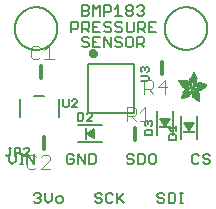
<source format=gbr>
G04 EAGLE Gerber RS-274X export*
G75*
%MOMM*%
%FSLAX34Y34*%
%LPD*%
%INSilkscreen Top*%
%IPPOS*%
%AMOC8*
5,1,8,0,0,1.08239X$1,22.5*%
G01*
%ADD10C,0.127000*%
%ADD11C,0.152400*%
%ADD12C,0.304800*%
%ADD13C,0.101600*%
%ADD14C,0.203200*%
%ADD15R,0.034300X0.003800*%
%ADD16R,0.057200X0.003800*%
%ADD17R,0.076200X0.003800*%
%ADD18R,0.091400X0.003800*%
%ADD19R,0.102900X0.003800*%
%ADD20R,0.114300X0.003900*%
%ADD21R,0.129500X0.003800*%
%ADD22R,0.137200X0.003800*%
%ADD23R,0.144800X0.003800*%
%ADD24R,0.152400X0.003800*%
%ADD25R,0.160000X0.003800*%
%ADD26R,0.171500X0.003800*%
%ADD27R,0.175300X0.003800*%
%ADD28R,0.182900X0.003800*%
%ADD29R,0.190500X0.003800*%
%ADD30R,0.194300X0.003900*%
%ADD31R,0.201900X0.003800*%
%ADD32R,0.209500X0.003800*%
%ADD33R,0.213400X0.003800*%
%ADD34R,0.221000X0.003800*%
%ADD35R,0.224800X0.003800*%
%ADD36R,0.232400X0.003800*%
%ADD37R,0.240000X0.003800*%
%ADD38R,0.243800X0.003800*%
%ADD39R,0.247600X0.003800*%
%ADD40R,0.255300X0.003900*%
%ADD41R,0.259100X0.003800*%
%ADD42R,0.262900X0.003800*%
%ADD43R,0.270500X0.003800*%
%ADD44R,0.274300X0.003800*%
%ADD45R,0.281900X0.003800*%
%ADD46R,0.285700X0.003800*%
%ADD47R,0.289500X0.003800*%
%ADD48R,0.297200X0.003800*%
%ADD49R,0.301000X0.003800*%
%ADD50R,0.304800X0.003900*%
%ADD51R,0.312400X0.003800*%
%ADD52R,0.316200X0.003800*%
%ADD53R,0.320000X0.003800*%
%ADD54R,0.327600X0.003800*%
%ADD55R,0.331500X0.003800*%
%ADD56R,0.339100X0.003800*%
%ADD57R,0.342900X0.003800*%
%ADD58R,0.346700X0.003800*%
%ADD59R,0.354300X0.003800*%
%ADD60R,0.358100X0.003900*%
%ADD61R,0.361900X0.003800*%
%ADD62R,0.369600X0.003800*%
%ADD63R,0.373400X0.003800*%
%ADD64R,0.377200X0.003800*%
%ADD65R,0.384800X0.003800*%
%ADD66R,0.388600X0.003800*%
%ADD67R,0.396200X0.003800*%
%ADD68R,0.400000X0.003800*%
%ADD69R,0.403800X0.003800*%
%ADD70R,0.411500X0.003900*%
%ADD71R,0.415300X0.003800*%
%ADD72R,0.419100X0.003800*%
%ADD73R,0.045700X0.003800*%
%ADD74R,0.426700X0.003800*%
%ADD75R,0.072400X0.003800*%
%ADD76R,0.430500X0.003800*%
%ADD77R,0.095300X0.003800*%
%ADD78R,0.438100X0.003800*%
%ADD79R,0.110500X0.003800*%
%ADD80R,0.441900X0.003800*%
%ADD81R,0.445800X0.003800*%
%ADD82R,0.144700X0.003800*%
%ADD83R,0.453400X0.003800*%
%ADD84R,0.457200X0.003800*%
%ADD85R,0.175300X0.003900*%
%ADD86R,0.461000X0.003900*%
%ADD87R,0.468600X0.003800*%
%ADD88R,0.205800X0.003800*%
%ADD89R,0.472400X0.003800*%
%ADD90R,0.217200X0.003800*%
%ADD91R,0.476200X0.003800*%
%ADD92R,0.483900X0.003800*%
%ADD93R,0.247700X0.003800*%
%ADD94R,0.487700X0.003800*%
%ADD95R,0.495300X0.003800*%
%ADD96R,0.499100X0.003800*%
%ADD97R,0.502900X0.003800*%
%ADD98R,0.510500X0.003800*%
%ADD99R,0.308600X0.003900*%
%ADD100R,0.514300X0.003900*%
%ADD101R,0.323800X0.003800*%
%ADD102R,0.518100X0.003800*%
%ADD103R,0.335300X0.003800*%
%ADD104R,0.525800X0.003800*%
%ADD105R,0.529600X0.003800*%
%ADD106R,0.358100X0.003800*%
%ADD107R,0.533400X0.003800*%
%ADD108R,0.537200X0.003800*%
%ADD109R,0.381000X0.003800*%
%ADD110R,0.544800X0.003800*%
%ADD111R,0.392400X0.003800*%
%ADD112R,0.548600X0.003800*%
%ADD113R,0.552400X0.003800*%
%ADD114R,0.556200X0.003800*%
%ADD115R,0.422900X0.003900*%
%ADD116R,0.560100X0.003900*%
%ADD117R,0.434300X0.003800*%
%ADD118R,0.563900X0.003800*%
%ADD119R,0.567700X0.003800*%
%ADD120R,0.461000X0.003800*%
%ADD121R,0.571500X0.003800*%
%ADD122R,0.575300X0.003800*%
%ADD123R,0.480100X0.003800*%
%ADD124R,0.579100X0.003800*%
%ADD125R,0.491500X0.003800*%
%ADD126R,0.582900X0.003800*%
%ADD127R,0.586700X0.003800*%
%ADD128R,0.510600X0.003800*%
%ADD129R,0.590500X0.003800*%
%ADD130R,0.522000X0.003800*%
%ADD131R,0.594300X0.003800*%
%ADD132R,0.533400X0.003900*%
%ADD133R,0.598200X0.003900*%
%ADD134R,0.541000X0.003800*%
%ADD135R,0.602000X0.003800*%
%ADD136R,0.552500X0.003800*%
%ADD137R,0.605800X0.003800*%
%ADD138R,0.560100X0.003800*%
%ADD139R,0.609600X0.003800*%
%ADD140R,0.613400X0.003800*%
%ADD141R,0.583000X0.003800*%
%ADD142R,0.617200X0.003800*%
%ADD143R,0.594400X0.003800*%
%ADD144R,0.621000X0.003800*%
%ADD145R,0.598200X0.003800*%
%ADD146R,0.624800X0.003800*%
%ADD147R,0.613500X0.003900*%
%ADD148R,0.628600X0.003900*%
%ADD149R,0.632400X0.003800*%
%ADD150R,0.628600X0.003800*%
%ADD151R,0.636300X0.003800*%
%ADD152R,0.640100X0.003800*%
%ADD153R,0.636200X0.003800*%
%ADD154R,0.643900X0.003800*%
%ADD155R,0.647700X0.003800*%
%ADD156R,0.651500X0.003800*%
%ADD157R,0.659100X0.003800*%
%ADD158R,0.659100X0.003900*%
%ADD159R,0.655300X0.003900*%
%ADD160R,0.662900X0.003800*%
%ADD161R,0.655300X0.003800*%
%ADD162R,0.670500X0.003800*%
%ADD163R,0.670600X0.003800*%
%ADD164R,0.674400X0.003800*%
%ADD165R,0.682000X0.003800*%
%ADD166R,0.666700X0.003800*%
%ADD167R,0.685800X0.003800*%
%ADD168R,0.689600X0.003800*%
%ADD169R,0.693400X0.003900*%
%ADD170R,0.674400X0.003900*%
%ADD171R,0.697200X0.003800*%
%ADD172R,0.678200X0.003800*%
%ADD173R,0.697300X0.003800*%
%ADD174R,0.701100X0.003800*%
%ADD175R,0.704900X0.003800*%
%ADD176R,0.708700X0.003800*%
%ADD177R,0.712500X0.003800*%
%ADD178R,0.716300X0.003800*%
%ADD179R,0.720100X0.003900*%
%ADD180R,0.689600X0.003900*%
%ADD181R,0.720000X0.003800*%
%ADD182R,0.693400X0.003800*%
%ADD183R,0.723900X0.003800*%
%ADD184R,0.727700X0.003800*%
%ADD185R,0.731500X0.003800*%
%ADD186R,0.701000X0.003800*%
%ADD187R,0.735300X0.003800*%
%ADD188R,0.731500X0.003900*%
%ADD189R,0.701000X0.003900*%
%ADD190R,0.704800X0.003800*%
%ADD191R,0.739100X0.003800*%
%ADD192R,0.743000X0.003800*%
%ADD193R,0.739200X0.003800*%
%ADD194R,0.743000X0.003900*%
%ADD195R,0.704800X0.003900*%
%ADD196R,0.746800X0.003800*%
%ADD197R,0.746800X0.003900*%
%ADD198R,0.742900X0.003800*%
%ADD199R,0.746700X0.003800*%
%ADD200R,0.746700X0.003900*%
%ADD201R,1.428800X0.003800*%
%ADD202R,1.424900X0.003800*%
%ADD203R,1.421100X0.003900*%
%ADD204R,1.421100X0.003800*%
%ADD205R,1.417300X0.003800*%
%ADD206R,1.413500X0.003800*%
%ADD207R,1.409700X0.003800*%
%ADD208R,1.405900X0.003800*%
%ADD209R,1.402100X0.003800*%
%ADD210R,1.398300X0.003800*%
%ADD211R,0.983000X0.003900*%
%ADD212R,0.384800X0.003900*%
%ADD213R,0.971600X0.003800*%
%ADD214R,0.963900X0.003800*%
%ADD215R,0.956300X0.003800*%
%ADD216R,0.365800X0.003800*%
%ADD217R,0.952500X0.003800*%
%ADD218R,0.941000X0.003800*%
%ADD219R,0.358200X0.003800*%
%ADD220R,0.937200X0.003800*%
%ADD221R,0.933400X0.003800*%
%ADD222R,0.354400X0.003800*%
%ADD223R,0.925800X0.003800*%
%ADD224R,0.350500X0.003800*%
%ADD225R,0.922000X0.003800*%
%ADD226R,0.918200X0.003900*%
%ADD227R,0.346700X0.003900*%
%ADD228R,0.910600X0.003800*%
%ADD229R,0.906800X0.003800*%
%ADD230R,0.903000X0.003800*%
%ADD231R,0.339000X0.003800*%
%ADD232R,0.895300X0.003800*%
%ADD233R,0.335200X0.003800*%
%ADD234R,0.887700X0.003800*%
%ADD235R,0.883900X0.003800*%
%ADD236R,0.331400X0.003800*%
%ADD237R,0.880100X0.003800*%
%ADD238R,0.876300X0.003800*%
%ADD239R,0.468600X0.003900*%
%ADD240R,0.396200X0.003900*%
%ADD241R,0.323800X0.003900*%
%ADD242R,0.449600X0.003800*%
%ADD243R,0.323900X0.003800*%
%ADD244R,0.442000X0.003800*%
%ADD245R,0.434400X0.003800*%
%ADD246R,0.320100X0.003800*%
%ADD247R,0.316300X0.003800*%
%ADD248R,0.426800X0.003800*%
%ADD249R,0.327700X0.003800*%
%ADD250R,0.312500X0.003800*%
%ADD251R,0.422900X0.003800*%
%ADD252R,0.308600X0.003800*%
%ADD253R,0.293400X0.003800*%
%ADD254R,0.304800X0.003800*%
%ADD255R,0.419100X0.003900*%
%ADD256R,0.285700X0.003900*%
%ADD257R,0.301000X0.003900*%
%ADD258R,0.411500X0.003800*%
%ADD259R,0.407700X0.003800*%
%ADD260R,0.289600X0.003800*%
%ADD261R,0.285800X0.003800*%
%ADD262R,0.403900X0.003800*%
%ADD263R,0.228600X0.003800*%
%ADD264R,0.403900X0.003900*%
%ADD265R,0.221000X0.003900*%
%ADD266R,0.278100X0.003900*%
%ADD267R,0.400100X0.003800*%
%ADD268R,0.209600X0.003800*%
%ADD269R,0.266700X0.003800*%
%ADD270R,0.038100X0.003800*%
%ADD271R,0.194300X0.003800*%
%ADD272R,0.148600X0.003800*%
%ADD273R,0.259000X0.003800*%
%ADD274R,0.182800X0.003800*%
%ADD275R,0.186700X0.003800*%
%ADD276R,0.251400X0.003800*%
%ADD277R,0.179100X0.003800*%
%ADD278R,0.236200X0.003800*%
%ADD279R,0.243900X0.003900*%
%ADD280R,0.282000X0.003900*%
%ADD281R,0.167700X0.003800*%
%ADD282R,0.236300X0.003800*%
%ADD283R,0.396300X0.003800*%
%ADD284R,0.163900X0.003800*%
%ADD285R,0.392500X0.003800*%
%ADD286R,0.160100X0.003800*%
%ADD287R,0.586800X0.003800*%
%ADD288R,0.148500X0.003800*%
%ADD289R,0.140900X0.003800*%
%ADD290R,0.392400X0.003900*%
%ADD291R,0.140900X0.003900*%
%ADD292R,0.647700X0.003900*%
%ADD293R,0.133300X0.003800*%
%ADD294R,0.674300X0.003800*%
%ADD295R,0.388700X0.003800*%
%ADD296R,0.125700X0.003800*%
%ADD297R,0.121900X0.003800*%
%ADD298R,0.720100X0.003800*%
%ADD299R,0.118100X0.003800*%
%ADD300R,0.118100X0.003900*%
%ADD301R,0.739100X0.003900*%
%ADD302R,0.114300X0.003800*%
%ADD303R,0.754400X0.003800*%
%ADD304R,0.765800X0.003800*%
%ADD305R,0.773400X0.003800*%
%ADD306R,0.784800X0.003800*%
%ADD307R,0.118200X0.003800*%
%ADD308R,0.792500X0.003800*%
%ADD309R,0.803900X0.003800*%
%ADD310R,0.122000X0.003800*%
%ADD311R,0.815400X0.003800*%
%ADD312R,0.125800X0.003800*%
%ADD313R,0.826800X0.003800*%
%ADD314R,0.369500X0.003900*%
%ADD315R,0.133400X0.003900*%
%ADD316R,0.842000X0.003900*%
%ADD317R,0.365700X0.003800*%
%ADD318R,1.009700X0.003800*%
%ADD319R,1.013500X0.003800*%
%ADD320R,0.362000X0.003800*%
%ADD321R,1.024900X0.003800*%
%ADD322R,1.028700X0.003800*%
%ADD323R,1.036300X0.003800*%
%ADD324R,1.047800X0.003800*%
%ADD325R,1.055400X0.003800*%
%ADD326R,1.070600X0.003800*%
%ADD327R,0.030500X0.003800*%
%ADD328R,1.436400X0.003800*%
%ADD329R,1.562100X0.003900*%
%ADD330R,1.588700X0.003800*%
%ADD331R,1.607800X0.003800*%
%ADD332R,1.626900X0.003800*%
%ADD333R,1.642100X0.003800*%
%ADD334R,1.657400X0.003800*%
%ADD335R,1.676400X0.003800*%
%ADD336R,1.687800X0.003800*%
%ADD337R,1.703000X0.003800*%
%ADD338R,1.714500X0.003800*%
%ADD339R,1.726000X0.003900*%
%ADD340R,1.741200X0.003800*%
%ADD341R,0.914400X0.003800*%
%ADD342R,0.769600X0.003800*%
%ADD343R,0.884000X0.003800*%
%ADD344R,0.712400X0.003800*%
%ADD345R,0.880100X0.003900*%
%ADD346R,0.887800X0.003800*%
%ADD347R,0.891600X0.003800*%
%ADD348R,0.895400X0.003800*%
%ADD349R,0.251500X0.003800*%
%ADD350R,0.579200X0.003900*%
%ADD351R,0.243900X0.003800*%
%ADD352R,0.556300X0.003800*%
%ADD353R,0.255200X0.003800*%
%ADD354R,0.529500X0.003800*%
%ADD355R,0.731600X0.003800*%
%ADD356R,0.525800X0.003900*%
%ADD357R,0.281900X0.003900*%
%ADD358R,0.735400X0.003900*%
%ADD359R,0.300900X0.003800*%
%ADD360R,0.762000X0.003800*%
%ADD361R,0.518200X0.003800*%
%ADD362R,0.350600X0.003800*%
%ADD363R,0.796300X0.003800*%
%ADD364R,0.807800X0.003800*%
%ADD365R,0.506700X0.003800*%
%ADD366R,0.849600X0.003800*%
%ADD367R,0.506700X0.003900*%
%ADD368R,1.371600X0.003900*%
%ADD369R,1.207800X0.003800*%
%ADD370R,0.503000X0.003800*%
%ADD371R,0.141000X0.003800*%
%ADD372R,1.203900X0.003800*%
%ADD373R,1.204000X0.003800*%
%ADD374R,1.200200X0.003800*%
%ADD375R,0.499100X0.003900*%
%ADD376R,0.156200X0.003900*%
%ADD377R,1.196400X0.003900*%
%ADD378R,1.196400X0.003800*%
%ADD379R,0.163800X0.003800*%
%ADD380R,0.167600X0.003800*%
%ADD381R,1.192500X0.003800*%
%ADD382R,0.499200X0.003800*%
%ADD383R,1.188700X0.003800*%
%ADD384R,0.506800X0.003800*%
%ADD385R,1.184900X0.003800*%
%ADD386R,0.510600X0.003900*%
%ADD387R,0.209600X0.003900*%
%ADD388R,1.181100X0.003900*%
%ADD389R,0.514400X0.003800*%
%ADD390R,1.181100X0.003800*%
%ADD391R,1.177300X0.003800*%
%ADD392R,0.240100X0.003800*%
%ADD393R,1.173500X0.003800*%
%ADD394R,1.169700X0.003800*%
%ADD395R,1.165900X0.003800*%
%ADD396R,1.162100X0.003800*%
%ADD397R,0.929700X0.003900*%
%ADD398R,1.162100X0.003900*%
%ADD399R,0.929700X0.003800*%
%ADD400R,1.154500X0.003800*%
%ADD401R,0.933500X0.003800*%
%ADD402R,1.150600X0.003800*%
%ADD403R,0.937300X0.003800*%
%ADD404R,1.146800X0.003800*%
%ADD405R,0.941100X0.003800*%
%ADD406R,1.139200X0.003800*%
%ADD407R,0.944900X0.003800*%
%ADD408R,1.135400X0.003800*%
%ADD409R,0.948700X0.003800*%
%ADD410R,1.127800X0.003800*%
%ADD411R,1.124000X0.003800*%
%ADD412R,1.116400X0.003800*%
%ADD413R,0.956300X0.003900*%
%ADD414R,1.104900X0.003900*%
%ADD415R,0.960100X0.003800*%
%ADD416R,1.093500X0.003800*%
%ADD417R,1.085900X0.003800*%
%ADD418R,0.967800X0.003800*%
%ADD419R,1.074500X0.003800*%
%ADD420R,1.063000X0.003800*%
%ADD421R,0.975400X0.003800*%
%ADD422R,1.036400X0.003800*%
%ADD423R,0.979200X0.003800*%
%ADD424R,1.021000X0.003800*%
%ADD425R,0.983000X0.003800*%
%ADD426R,1.009600X0.003800*%
%ADD427R,0.986800X0.003800*%
%ADD428R,0.998200X0.003800*%
%ADD429R,0.990600X0.003900*%
%ADD430R,0.986700X0.003900*%
%ADD431R,0.994400X0.003800*%
%ADD432R,0.975300X0.003800*%
%ADD433R,0.948600X0.003800*%
%ADD434R,1.002000X0.003800*%
%ADD435R,0.213300X0.003800*%
%ADD436R,0.217100X0.003800*%
%ADD437R,1.017300X0.003800*%
%ADD438R,0.666800X0.003800*%
%ADD439R,0.220900X0.003800*%
%ADD440R,1.028700X0.003900*%
%ADD441R,0.224700X0.003900*%
%ADD442R,1.032500X0.003800*%
%ADD443R,1.040100X0.003800*%
%ADD444R,1.043900X0.003800*%
%ADD445R,0.548700X0.003800*%
%ADD446R,1.051500X0.003800*%
%ADD447R,1.055300X0.003800*%
%ADD448R,1.059100X0.003800*%
%ADD449R,1.062900X0.003800*%
%ADD450R,0.255300X0.003800*%
%ADD451R,1.066800X0.003900*%
%ADD452R,0.259100X0.003900*%
%ADD453R,0.457200X0.003900*%
%ADD454R,0.423000X0.003800*%
%ADD455R,1.082100X0.003800*%
%ADD456R,0.274400X0.003800*%
%ADD457R,0.278200X0.003800*%
%ADD458R,1.101100X0.003800*%
%ADD459R,0.278100X0.003800*%
%ADD460R,0.876300X0.003900*%
%ADD461R,0.236200X0.003900*%
%ADD462R,0.289600X0.003900*%
%ADD463R,0.247700X0.003900*%
%ADD464R,0.049500X0.003800*%
%ADD465R,0.640100X0.003900*%
%ADD466R,0.659200X0.003800*%
%ADD467R,0.663000X0.003800*%
%ADD468R,0.872500X0.003900*%
%ADD469R,0.666800X0.003900*%
%ADD470R,0.872500X0.003800*%
%ADD471R,0.868700X0.003800*%
%ADD472R,0.864900X0.003800*%
%ADD473R,0.861100X0.003800*%
%ADD474R,0.857300X0.003800*%
%ADD475R,0.853400X0.003800*%
%ADD476R,0.845800X0.003800*%
%ADD477R,0.682000X0.003900*%
%ADD478R,0.842000X0.003800*%
%ADD479R,0.834400X0.003800*%
%ADD480R,0.823000X0.003800*%
%ADD481R,0.815300X0.003800*%
%ADD482R,0.811500X0.003800*%
%ADD483R,0.788700X0.003800*%
%ADD484R,0.777300X0.003900*%
%ADD485R,0.750600X0.003800*%
%ADD486R,0.735400X0.003800*%
%ADD487R,0.727800X0.003800*%
%ADD488R,0.628700X0.003800*%
%ADD489R,0.575400X0.003800*%
%ADD490R,0.670600X0.003900*%
%ADD491R,0.655400X0.003800*%
%ADD492R,0.651500X0.003900*%
%ADD493R,0.624800X0.003900*%
%ADD494R,0.594400X0.003900*%
%ADD495R,0.563900X0.003900*%
%ADD496R,0.541100X0.003800*%
%ADD497R,0.537300X0.003800*%
%ADD498R,0.525700X0.003800*%
%ADD499R,0.525700X0.003900*%
%ADD500R,0.514300X0.003800*%
%ADD501R,0.480100X0.003900*%
%ADD502R,0.464800X0.003800*%
%ADD503R,0.442000X0.003900*%
%ADD504R,0.438200X0.003800*%
%ADD505R,0.430600X0.003800*%
%ADD506R,0.407600X0.003800*%
%ADD507R,0.403800X0.003900*%
%ADD508R,0.365700X0.003900*%
%ADD509R,0.327700X0.003900*%
%ADD510R,0.243800X0.003900*%
%ADD511R,0.205800X0.003900*%
%ADD512R,0.198100X0.003800*%
%ADD513R,0.163800X0.003900*%
%ADD514R,0.137100X0.003800*%
%ADD515R,0.091500X0.003900*%
%ADD516R,0.060900X0.003800*%
%ADD517C,0.350000*%
%ADD518R,1.000000X0.200000*%
%ADD519R,0.200000X1.000000*%

G36*
X134736Y70385D02*
X134736Y70385D01*
X134763Y70385D01*
X134874Y70417D01*
X134987Y70443D01*
X135010Y70456D01*
X135036Y70464D01*
X135134Y70526D01*
X135235Y70582D01*
X135251Y70600D01*
X135276Y70615D01*
X135461Y70823D01*
X135465Y70827D01*
X137465Y73827D01*
X137496Y73891D01*
X137536Y73951D01*
X137557Y74019D01*
X137588Y74083D01*
X137600Y74154D01*
X137621Y74222D01*
X137623Y74293D01*
X137635Y74364D01*
X137627Y74435D01*
X137629Y74506D01*
X137611Y74575D01*
X137602Y74646D01*
X137575Y74712D01*
X137557Y74781D01*
X137520Y74842D01*
X137493Y74908D01*
X137448Y74964D01*
X137412Y75026D01*
X137360Y75075D01*
X137315Y75130D01*
X137257Y75171D01*
X137204Y75220D01*
X137141Y75253D01*
X137083Y75294D01*
X137015Y75317D01*
X136951Y75350D01*
X136892Y75360D01*
X136814Y75387D01*
X136695Y75393D01*
X136620Y75405D01*
X132620Y75405D01*
X132549Y75395D01*
X132477Y75395D01*
X132409Y75375D01*
X132339Y75365D01*
X132273Y75336D01*
X132204Y75316D01*
X132144Y75278D01*
X132079Y75249D01*
X132024Y75203D01*
X131964Y75165D01*
X131916Y75112D01*
X131862Y75066D01*
X131822Y75006D01*
X131775Y74952D01*
X131744Y74888D01*
X131705Y74829D01*
X131683Y74761D01*
X131652Y74696D01*
X131640Y74626D01*
X131619Y74558D01*
X131617Y74486D01*
X131605Y74416D01*
X131613Y74345D01*
X131611Y74274D01*
X131630Y74204D01*
X131638Y74133D01*
X131663Y74078D01*
X131683Y73999D01*
X131744Y73896D01*
X131775Y73827D01*
X133775Y70827D01*
X133852Y70740D01*
X133925Y70650D01*
X133947Y70635D01*
X133965Y70615D01*
X134062Y70553D01*
X134157Y70486D01*
X134183Y70478D01*
X134205Y70463D01*
X134316Y70431D01*
X134426Y70393D01*
X134453Y70392D01*
X134478Y70385D01*
X134594Y70385D01*
X134710Y70379D01*
X134736Y70385D01*
G37*
G36*
X155056Y66575D02*
X155056Y66575D01*
X155083Y66575D01*
X155194Y66607D01*
X155307Y66633D01*
X155330Y66646D01*
X155356Y66654D01*
X155454Y66716D01*
X155555Y66772D01*
X155571Y66790D01*
X155596Y66805D01*
X155781Y67013D01*
X155785Y67017D01*
X157785Y70017D01*
X157816Y70081D01*
X157856Y70141D01*
X157877Y70209D01*
X157908Y70273D01*
X157920Y70344D01*
X157941Y70412D01*
X157943Y70483D01*
X157955Y70554D01*
X157947Y70625D01*
X157949Y70696D01*
X157931Y70765D01*
X157922Y70836D01*
X157895Y70902D01*
X157877Y70971D01*
X157840Y71032D01*
X157813Y71098D01*
X157768Y71154D01*
X157732Y71216D01*
X157680Y71265D01*
X157635Y71320D01*
X157577Y71361D01*
X157524Y71410D01*
X157461Y71443D01*
X157403Y71484D01*
X157335Y71507D01*
X157271Y71540D01*
X157212Y71550D01*
X157134Y71577D01*
X157015Y71583D01*
X156940Y71595D01*
X152940Y71595D01*
X152869Y71585D01*
X152797Y71585D01*
X152729Y71565D01*
X152659Y71555D01*
X152593Y71526D01*
X152524Y71506D01*
X152464Y71468D01*
X152399Y71439D01*
X152344Y71393D01*
X152284Y71355D01*
X152236Y71302D01*
X152182Y71256D01*
X152142Y71196D01*
X152095Y71142D01*
X152064Y71078D01*
X152025Y71019D01*
X152003Y70951D01*
X151972Y70886D01*
X151960Y70816D01*
X151939Y70748D01*
X151937Y70676D01*
X151925Y70606D01*
X151933Y70535D01*
X151931Y70464D01*
X151950Y70394D01*
X151958Y70323D01*
X151983Y70268D01*
X152003Y70189D01*
X152064Y70086D01*
X152095Y70017D01*
X154095Y67017D01*
X154172Y66930D01*
X154245Y66840D01*
X154267Y66825D01*
X154285Y66805D01*
X154382Y66743D01*
X154477Y66676D01*
X154503Y66668D01*
X154525Y66653D01*
X154636Y66621D01*
X154746Y66583D01*
X154773Y66582D01*
X154798Y66575D01*
X154914Y66575D01*
X155030Y66569D01*
X155056Y66575D01*
G37*
G36*
X73165Y60493D02*
X73165Y60493D01*
X73236Y60491D01*
X73305Y60509D01*
X73376Y60518D01*
X73442Y60545D01*
X73511Y60563D01*
X73572Y60600D01*
X73638Y60627D01*
X73694Y60672D01*
X73756Y60709D01*
X73805Y60760D01*
X73860Y60805D01*
X73901Y60864D01*
X73950Y60916D01*
X73983Y60979D01*
X74024Y61037D01*
X74047Y61105D01*
X74080Y61169D01*
X74090Y61228D01*
X74117Y61306D01*
X74123Y61425D01*
X74135Y61500D01*
X74135Y65500D01*
X74125Y65571D01*
X74125Y65643D01*
X74105Y65711D01*
X74095Y65782D01*
X74066Y65847D01*
X74046Y65916D01*
X74008Y65976D01*
X73979Y66041D01*
X73933Y66096D01*
X73895Y66156D01*
X73842Y66204D01*
X73796Y66258D01*
X73736Y66298D01*
X73682Y66345D01*
X73618Y66376D01*
X73559Y66416D01*
X73491Y66437D01*
X73426Y66468D01*
X73356Y66480D01*
X73288Y66501D01*
X73216Y66503D01*
X73146Y66515D01*
X73075Y66507D01*
X73004Y66509D01*
X72934Y66490D01*
X72863Y66482D01*
X72808Y66457D01*
X72729Y66437D01*
X72626Y66376D01*
X72557Y66345D01*
X69557Y64345D01*
X69470Y64268D01*
X69380Y64195D01*
X69365Y64173D01*
X69345Y64155D01*
X69283Y64058D01*
X69216Y63963D01*
X69208Y63937D01*
X69193Y63915D01*
X69161Y63804D01*
X69123Y63694D01*
X69122Y63667D01*
X69115Y63642D01*
X69115Y63526D01*
X69109Y63410D01*
X69115Y63384D01*
X69115Y63357D01*
X69147Y63246D01*
X69173Y63133D01*
X69186Y63110D01*
X69194Y63084D01*
X69256Y62986D01*
X69312Y62885D01*
X69330Y62869D01*
X69345Y62844D01*
X69553Y62659D01*
X69557Y62655D01*
X72557Y60655D01*
X72621Y60624D01*
X72681Y60585D01*
X72749Y60563D01*
X72813Y60532D01*
X72884Y60520D01*
X72952Y60499D01*
X73023Y60497D01*
X73094Y60485D01*
X73165Y60493D01*
G37*
D10*
X64135Y163195D02*
X64135Y172093D01*
X68584Y172093D01*
X70067Y170610D01*
X70067Y169127D01*
X68584Y167644D01*
X70067Y166161D01*
X70067Y164678D01*
X68584Y163195D01*
X64135Y163195D01*
X64135Y167644D02*
X68584Y167644D01*
X73490Y163195D02*
X73490Y172093D01*
X76456Y169127D01*
X79422Y172093D01*
X79422Y163195D01*
X82845Y163195D02*
X82845Y172093D01*
X87294Y172093D01*
X88777Y170610D01*
X88777Y167644D01*
X87294Y166161D01*
X82845Y166161D01*
X92201Y169127D02*
X95166Y172093D01*
X95166Y163195D01*
X92201Y163195D02*
X98132Y163195D01*
X101556Y170610D02*
X103039Y172093D01*
X106005Y172093D01*
X107487Y170610D01*
X107487Y169127D01*
X106005Y167644D01*
X107487Y166161D01*
X107487Y164678D01*
X106005Y163195D01*
X103039Y163195D01*
X101556Y164678D01*
X101556Y166161D01*
X103039Y167644D01*
X101556Y169127D01*
X101556Y170610D01*
X103039Y167644D02*
X106005Y167644D01*
X110911Y170610D02*
X112394Y172093D01*
X115360Y172093D01*
X116843Y170610D01*
X116843Y169127D01*
X115360Y167644D01*
X113877Y167644D01*
X115360Y167644D02*
X116843Y166161D01*
X116843Y164678D01*
X115360Y163195D01*
X112394Y163195D01*
X110911Y164678D01*
X55245Y158123D02*
X55245Y149225D01*
X55245Y158123D02*
X59694Y158123D01*
X61177Y156640D01*
X61177Y153674D01*
X59694Y152191D01*
X55245Y152191D01*
X64600Y149225D02*
X64600Y158123D01*
X69049Y158123D01*
X70532Y156640D01*
X70532Y153674D01*
X69049Y152191D01*
X64600Y152191D01*
X67566Y152191D02*
X70532Y149225D01*
X73955Y158123D02*
X79887Y158123D01*
X73955Y158123D02*
X73955Y149225D01*
X79887Y149225D01*
X76921Y153674D02*
X73955Y153674D01*
X87759Y158123D02*
X89242Y156640D01*
X87759Y158123D02*
X84793Y158123D01*
X83311Y156640D01*
X83311Y155157D01*
X84793Y153674D01*
X87759Y153674D01*
X89242Y152191D01*
X89242Y150708D01*
X87759Y149225D01*
X84793Y149225D01*
X83311Y150708D01*
X97115Y158123D02*
X98597Y156640D01*
X97115Y158123D02*
X94149Y158123D01*
X92666Y156640D01*
X92666Y155157D01*
X94149Y153674D01*
X97115Y153674D01*
X98597Y152191D01*
X98597Y150708D01*
X97115Y149225D01*
X94149Y149225D01*
X92666Y150708D01*
X102021Y150708D02*
X102021Y158123D01*
X102021Y150708D02*
X103504Y149225D01*
X106470Y149225D01*
X107953Y150708D01*
X107953Y158123D01*
X111376Y158123D02*
X111376Y149225D01*
X111376Y158123D02*
X115825Y158123D01*
X117308Y156640D01*
X117308Y153674D01*
X115825Y152191D01*
X111376Y152191D01*
X114342Y152191D02*
X117308Y149225D01*
X120731Y158123D02*
X126663Y158123D01*
X120731Y158123D02*
X120731Y149225D01*
X126663Y149225D01*
X123697Y153674D02*
X120731Y153674D01*
X70067Y143940D02*
X68584Y145423D01*
X65618Y145423D01*
X64135Y143940D01*
X64135Y142457D01*
X65618Y140974D01*
X68584Y140974D01*
X70067Y139491D01*
X70067Y138008D01*
X68584Y136525D01*
X65618Y136525D01*
X64135Y138008D01*
X73490Y145423D02*
X79422Y145423D01*
X73490Y145423D02*
X73490Y136525D01*
X79422Y136525D01*
X76456Y140974D02*
X73490Y140974D01*
X82845Y136525D02*
X82845Y145423D01*
X88777Y136525D01*
X88777Y145423D01*
X96649Y145423D02*
X98132Y143940D01*
X96649Y145423D02*
X93683Y145423D01*
X92201Y143940D01*
X92201Y142457D01*
X93683Y140974D01*
X96649Y140974D01*
X98132Y139491D01*
X98132Y138008D01*
X96649Y136525D01*
X93683Y136525D01*
X92201Y138008D01*
X103039Y145423D02*
X106005Y145423D01*
X103039Y145423D02*
X101556Y143940D01*
X101556Y138008D01*
X103039Y136525D01*
X106005Y136525D01*
X107487Y138008D01*
X107487Y143940D01*
X106005Y145423D01*
X110911Y145423D02*
X110911Y136525D01*
X110911Y145423D02*
X115360Y145423D01*
X116843Y143940D01*
X116843Y140974D01*
X115360Y139491D01*
X110911Y139491D01*
X113877Y139491D02*
X116843Y136525D01*
D11*
X2485Y46235D02*
X2485Y40473D01*
X5366Y37592D01*
X8247Y40473D01*
X8247Y46235D01*
X11840Y37592D02*
X14721Y37592D01*
X13281Y37592D02*
X13281Y46235D01*
X14721Y46235D02*
X11840Y46235D01*
X18077Y46235D02*
X18077Y37592D01*
X23839Y37592D02*
X18077Y46235D01*
X23839Y46235D02*
X23839Y37592D01*
X24937Y13215D02*
X23496Y11775D01*
X24937Y13215D02*
X27818Y13215D01*
X29259Y11775D01*
X29259Y10334D01*
X27818Y8894D01*
X26378Y8894D01*
X27818Y8894D02*
X29259Y7453D01*
X29259Y6013D01*
X27818Y4572D01*
X24937Y4572D01*
X23496Y6013D01*
X32852Y7453D02*
X32852Y13215D01*
X32852Y7453D02*
X35733Y4572D01*
X38614Y7453D01*
X38614Y13215D01*
X43647Y4572D02*
X46529Y4572D01*
X47969Y6013D01*
X47969Y8894D01*
X46529Y10334D01*
X43647Y10334D01*
X42207Y8894D01*
X42207Y6013D01*
X43647Y4572D01*
X57199Y44795D02*
X55758Y46235D01*
X52877Y46235D01*
X51436Y44795D01*
X51436Y39033D01*
X52877Y37592D01*
X55758Y37592D01*
X57199Y39033D01*
X57199Y41914D01*
X54318Y41914D01*
X60792Y46235D02*
X60792Y37592D01*
X66554Y37592D02*
X60792Y46235D01*
X66554Y46235D02*
X66554Y37592D01*
X70147Y37592D02*
X70147Y46235D01*
X70147Y37592D02*
X74469Y37592D01*
X75909Y39033D01*
X75909Y44795D01*
X74469Y46235D01*
X70147Y46235D01*
X79888Y13215D02*
X81329Y11775D01*
X79888Y13215D02*
X77007Y13215D01*
X75566Y11775D01*
X75566Y10334D01*
X77007Y8894D01*
X79888Y8894D01*
X81329Y7453D01*
X81329Y6013D01*
X79888Y4572D01*
X77007Y4572D01*
X75566Y6013D01*
X89243Y13215D02*
X90684Y11775D01*
X89243Y13215D02*
X86362Y13215D01*
X84922Y11775D01*
X84922Y6013D01*
X86362Y4572D01*
X89243Y4572D01*
X90684Y6013D01*
X94277Y4572D02*
X94277Y13215D01*
X94277Y7453D02*
X100039Y13215D01*
X95717Y8894D02*
X100039Y4572D01*
X107999Y44795D02*
X106558Y46235D01*
X103677Y46235D01*
X102236Y44795D01*
X102236Y43354D01*
X103677Y41914D01*
X106558Y41914D01*
X107999Y40473D01*
X107999Y39033D01*
X106558Y37592D01*
X103677Y37592D01*
X102236Y39033D01*
X111592Y37592D02*
X111592Y46235D01*
X111592Y37592D02*
X115913Y37592D01*
X117354Y39033D01*
X117354Y44795D01*
X115913Y46235D01*
X111592Y46235D01*
X122387Y46235D02*
X125269Y46235D01*
X122387Y46235D02*
X120947Y44795D01*
X120947Y39033D01*
X122387Y37592D01*
X125269Y37592D01*
X126709Y39033D01*
X126709Y44795D01*
X125269Y46235D01*
X132537Y13215D02*
X133977Y11775D01*
X132537Y13215D02*
X129655Y13215D01*
X128215Y11775D01*
X128215Y10334D01*
X129655Y8894D01*
X132537Y8894D01*
X133977Y7453D01*
X133977Y6013D01*
X132537Y4572D01*
X129655Y4572D01*
X128215Y6013D01*
X137570Y4572D02*
X137570Y13215D01*
X137570Y4572D02*
X141892Y4572D01*
X143332Y6013D01*
X143332Y11775D01*
X141892Y13215D01*
X137570Y13215D01*
X146925Y4572D02*
X149806Y4572D01*
X148366Y4572D02*
X148366Y13215D01*
X149806Y13215D02*
X146925Y13215D01*
X163074Y44795D02*
X161633Y46235D01*
X158752Y46235D01*
X157312Y44795D01*
X157312Y39033D01*
X158752Y37592D01*
X161633Y37592D01*
X163074Y39033D01*
X170989Y46235D02*
X172429Y44795D01*
X170989Y46235D02*
X168107Y46235D01*
X166667Y44795D01*
X166667Y43354D01*
X168107Y41914D01*
X170989Y41914D01*
X172429Y40473D01*
X172429Y39033D01*
X170989Y37592D01*
X168107Y37592D01*
X166667Y39033D01*
D12*
X29210Y110490D02*
X29210Y120650D01*
D13*
X28624Y135983D02*
X26675Y137932D01*
X22777Y137932D01*
X20828Y135983D01*
X20828Y128187D01*
X22777Y126238D01*
X26675Y126238D01*
X28624Y128187D01*
X32522Y134034D02*
X36420Y137932D01*
X36420Y126238D01*
X32522Y126238D02*
X40318Y126238D01*
D14*
X7400Y152400D02*
X7405Y152842D01*
X7422Y153283D01*
X7449Y153724D01*
X7487Y154164D01*
X7535Y154603D01*
X7595Y155041D01*
X7665Y155477D01*
X7746Y155912D01*
X7837Y156344D01*
X7939Y156774D01*
X8052Y157201D01*
X8175Y157625D01*
X8308Y158046D01*
X8452Y158464D01*
X8606Y158878D01*
X8770Y159288D01*
X8944Y159694D01*
X9128Y160096D01*
X9322Y160493D01*
X9525Y160885D01*
X9738Y161272D01*
X9961Y161654D01*
X10193Y162030D01*
X10434Y162400D01*
X10683Y162765D01*
X10942Y163123D01*
X11210Y163474D01*
X11486Y163819D01*
X11770Y164157D01*
X12063Y164488D01*
X12364Y164812D01*
X12672Y165128D01*
X12988Y165436D01*
X13312Y165737D01*
X13643Y166030D01*
X13981Y166314D01*
X14326Y166590D01*
X14677Y166858D01*
X15035Y167117D01*
X15400Y167366D01*
X15770Y167607D01*
X16146Y167839D01*
X16528Y168062D01*
X16915Y168275D01*
X17307Y168478D01*
X17704Y168672D01*
X18106Y168856D01*
X18512Y169030D01*
X18922Y169194D01*
X19336Y169348D01*
X19754Y169492D01*
X20175Y169625D01*
X20599Y169748D01*
X21026Y169861D01*
X21456Y169963D01*
X21888Y170054D01*
X22323Y170135D01*
X22759Y170205D01*
X23197Y170265D01*
X23636Y170313D01*
X24076Y170351D01*
X24517Y170378D01*
X24958Y170395D01*
X25400Y170400D01*
X25842Y170395D01*
X26283Y170378D01*
X26724Y170351D01*
X27164Y170313D01*
X27603Y170265D01*
X28041Y170205D01*
X28477Y170135D01*
X28912Y170054D01*
X29344Y169963D01*
X29774Y169861D01*
X30201Y169748D01*
X30625Y169625D01*
X31046Y169492D01*
X31464Y169348D01*
X31878Y169194D01*
X32288Y169030D01*
X32694Y168856D01*
X33096Y168672D01*
X33493Y168478D01*
X33885Y168275D01*
X34272Y168062D01*
X34654Y167839D01*
X35030Y167607D01*
X35400Y167366D01*
X35765Y167117D01*
X36123Y166858D01*
X36474Y166590D01*
X36819Y166314D01*
X37157Y166030D01*
X37488Y165737D01*
X37812Y165436D01*
X38128Y165128D01*
X38436Y164812D01*
X38737Y164488D01*
X39030Y164157D01*
X39314Y163819D01*
X39590Y163474D01*
X39858Y163123D01*
X40117Y162765D01*
X40366Y162400D01*
X40607Y162030D01*
X40839Y161654D01*
X41062Y161272D01*
X41275Y160885D01*
X41478Y160493D01*
X41672Y160096D01*
X41856Y159694D01*
X42030Y159288D01*
X42194Y158878D01*
X42348Y158464D01*
X42492Y158046D01*
X42625Y157625D01*
X42748Y157201D01*
X42861Y156774D01*
X42963Y156344D01*
X43054Y155912D01*
X43135Y155477D01*
X43205Y155041D01*
X43265Y154603D01*
X43313Y154164D01*
X43351Y153724D01*
X43378Y153283D01*
X43395Y152842D01*
X43400Y152400D01*
X43395Y151958D01*
X43378Y151517D01*
X43351Y151076D01*
X43313Y150636D01*
X43265Y150197D01*
X43205Y149759D01*
X43135Y149323D01*
X43054Y148888D01*
X42963Y148456D01*
X42861Y148026D01*
X42748Y147599D01*
X42625Y147175D01*
X42492Y146754D01*
X42348Y146336D01*
X42194Y145922D01*
X42030Y145512D01*
X41856Y145106D01*
X41672Y144704D01*
X41478Y144307D01*
X41275Y143915D01*
X41062Y143528D01*
X40839Y143146D01*
X40607Y142770D01*
X40366Y142400D01*
X40117Y142035D01*
X39858Y141677D01*
X39590Y141326D01*
X39314Y140981D01*
X39030Y140643D01*
X38737Y140312D01*
X38436Y139988D01*
X38128Y139672D01*
X37812Y139364D01*
X37488Y139063D01*
X37157Y138770D01*
X36819Y138486D01*
X36474Y138210D01*
X36123Y137942D01*
X35765Y137683D01*
X35400Y137434D01*
X35030Y137193D01*
X34654Y136961D01*
X34272Y136738D01*
X33885Y136525D01*
X33493Y136322D01*
X33096Y136128D01*
X32694Y135944D01*
X32288Y135770D01*
X31878Y135606D01*
X31464Y135452D01*
X31046Y135308D01*
X30625Y135175D01*
X30201Y135052D01*
X29774Y134939D01*
X29344Y134837D01*
X28912Y134746D01*
X28477Y134665D01*
X28041Y134595D01*
X27603Y134535D01*
X27164Y134487D01*
X26724Y134449D01*
X26283Y134422D01*
X25842Y134405D01*
X25400Y134400D01*
X24958Y134405D01*
X24517Y134422D01*
X24076Y134449D01*
X23636Y134487D01*
X23197Y134535D01*
X22759Y134595D01*
X22323Y134665D01*
X21888Y134746D01*
X21456Y134837D01*
X21026Y134939D01*
X20599Y135052D01*
X20175Y135175D01*
X19754Y135308D01*
X19336Y135452D01*
X18922Y135606D01*
X18512Y135770D01*
X18106Y135944D01*
X17704Y136128D01*
X17307Y136322D01*
X16915Y136525D01*
X16528Y136738D01*
X16146Y136961D01*
X15770Y137193D01*
X15400Y137434D01*
X15035Y137683D01*
X14677Y137942D01*
X14326Y138210D01*
X13981Y138486D01*
X13643Y138770D01*
X13312Y139063D01*
X12988Y139364D01*
X12672Y139672D01*
X12364Y139988D01*
X12063Y140312D01*
X11770Y140643D01*
X11486Y140981D01*
X11210Y141326D01*
X10942Y141677D01*
X10683Y142035D01*
X10434Y142400D01*
X10193Y142770D01*
X9961Y143146D01*
X9738Y143528D01*
X9525Y143915D01*
X9322Y144307D01*
X9128Y144704D01*
X8944Y145106D01*
X8770Y145512D01*
X8606Y145922D01*
X8452Y146336D01*
X8308Y146754D01*
X8175Y147175D01*
X8052Y147599D01*
X7939Y148026D01*
X7837Y148456D01*
X7746Y148888D01*
X7665Y149323D01*
X7595Y149759D01*
X7535Y150197D01*
X7487Y150636D01*
X7449Y151076D01*
X7422Y151517D01*
X7405Y151958D01*
X7400Y152400D01*
X134400Y152400D02*
X134405Y152842D01*
X134422Y153283D01*
X134449Y153724D01*
X134487Y154164D01*
X134535Y154603D01*
X134595Y155041D01*
X134665Y155477D01*
X134746Y155912D01*
X134837Y156344D01*
X134939Y156774D01*
X135052Y157201D01*
X135175Y157625D01*
X135308Y158046D01*
X135452Y158464D01*
X135606Y158878D01*
X135770Y159288D01*
X135944Y159694D01*
X136128Y160096D01*
X136322Y160493D01*
X136525Y160885D01*
X136738Y161272D01*
X136961Y161654D01*
X137193Y162030D01*
X137434Y162400D01*
X137683Y162765D01*
X137942Y163123D01*
X138210Y163474D01*
X138486Y163819D01*
X138770Y164157D01*
X139063Y164488D01*
X139364Y164812D01*
X139672Y165128D01*
X139988Y165436D01*
X140312Y165737D01*
X140643Y166030D01*
X140981Y166314D01*
X141326Y166590D01*
X141677Y166858D01*
X142035Y167117D01*
X142400Y167366D01*
X142770Y167607D01*
X143146Y167839D01*
X143528Y168062D01*
X143915Y168275D01*
X144307Y168478D01*
X144704Y168672D01*
X145106Y168856D01*
X145512Y169030D01*
X145922Y169194D01*
X146336Y169348D01*
X146754Y169492D01*
X147175Y169625D01*
X147599Y169748D01*
X148026Y169861D01*
X148456Y169963D01*
X148888Y170054D01*
X149323Y170135D01*
X149759Y170205D01*
X150197Y170265D01*
X150636Y170313D01*
X151076Y170351D01*
X151517Y170378D01*
X151958Y170395D01*
X152400Y170400D01*
X152842Y170395D01*
X153283Y170378D01*
X153724Y170351D01*
X154164Y170313D01*
X154603Y170265D01*
X155041Y170205D01*
X155477Y170135D01*
X155912Y170054D01*
X156344Y169963D01*
X156774Y169861D01*
X157201Y169748D01*
X157625Y169625D01*
X158046Y169492D01*
X158464Y169348D01*
X158878Y169194D01*
X159288Y169030D01*
X159694Y168856D01*
X160096Y168672D01*
X160493Y168478D01*
X160885Y168275D01*
X161272Y168062D01*
X161654Y167839D01*
X162030Y167607D01*
X162400Y167366D01*
X162765Y167117D01*
X163123Y166858D01*
X163474Y166590D01*
X163819Y166314D01*
X164157Y166030D01*
X164488Y165737D01*
X164812Y165436D01*
X165128Y165128D01*
X165436Y164812D01*
X165737Y164488D01*
X166030Y164157D01*
X166314Y163819D01*
X166590Y163474D01*
X166858Y163123D01*
X167117Y162765D01*
X167366Y162400D01*
X167607Y162030D01*
X167839Y161654D01*
X168062Y161272D01*
X168275Y160885D01*
X168478Y160493D01*
X168672Y160096D01*
X168856Y159694D01*
X169030Y159288D01*
X169194Y158878D01*
X169348Y158464D01*
X169492Y158046D01*
X169625Y157625D01*
X169748Y157201D01*
X169861Y156774D01*
X169963Y156344D01*
X170054Y155912D01*
X170135Y155477D01*
X170205Y155041D01*
X170265Y154603D01*
X170313Y154164D01*
X170351Y153724D01*
X170378Y153283D01*
X170395Y152842D01*
X170400Y152400D01*
X170395Y151958D01*
X170378Y151517D01*
X170351Y151076D01*
X170313Y150636D01*
X170265Y150197D01*
X170205Y149759D01*
X170135Y149323D01*
X170054Y148888D01*
X169963Y148456D01*
X169861Y148026D01*
X169748Y147599D01*
X169625Y147175D01*
X169492Y146754D01*
X169348Y146336D01*
X169194Y145922D01*
X169030Y145512D01*
X168856Y145106D01*
X168672Y144704D01*
X168478Y144307D01*
X168275Y143915D01*
X168062Y143528D01*
X167839Y143146D01*
X167607Y142770D01*
X167366Y142400D01*
X167117Y142035D01*
X166858Y141677D01*
X166590Y141326D01*
X166314Y140981D01*
X166030Y140643D01*
X165737Y140312D01*
X165436Y139988D01*
X165128Y139672D01*
X164812Y139364D01*
X164488Y139063D01*
X164157Y138770D01*
X163819Y138486D01*
X163474Y138210D01*
X163123Y137942D01*
X162765Y137683D01*
X162400Y137434D01*
X162030Y137193D01*
X161654Y136961D01*
X161272Y136738D01*
X160885Y136525D01*
X160493Y136322D01*
X160096Y136128D01*
X159694Y135944D01*
X159288Y135770D01*
X158878Y135606D01*
X158464Y135452D01*
X158046Y135308D01*
X157625Y135175D01*
X157201Y135052D01*
X156774Y134939D01*
X156344Y134837D01*
X155912Y134746D01*
X155477Y134665D01*
X155041Y134595D01*
X154603Y134535D01*
X154164Y134487D01*
X153724Y134449D01*
X153283Y134422D01*
X152842Y134405D01*
X152400Y134400D01*
X151958Y134405D01*
X151517Y134422D01*
X151076Y134449D01*
X150636Y134487D01*
X150197Y134535D01*
X149759Y134595D01*
X149323Y134665D01*
X148888Y134746D01*
X148456Y134837D01*
X148026Y134939D01*
X147599Y135052D01*
X147175Y135175D01*
X146754Y135308D01*
X146336Y135452D01*
X145922Y135606D01*
X145512Y135770D01*
X145106Y135944D01*
X144704Y136128D01*
X144307Y136322D01*
X143915Y136525D01*
X143528Y136738D01*
X143146Y136961D01*
X142770Y137193D01*
X142400Y137434D01*
X142035Y137683D01*
X141677Y137942D01*
X141326Y138210D01*
X140981Y138486D01*
X140643Y138770D01*
X140312Y139063D01*
X139988Y139364D01*
X139672Y139672D01*
X139364Y139988D01*
X139063Y140312D01*
X138770Y140643D01*
X138486Y140981D01*
X138210Y141326D01*
X137942Y141677D01*
X137683Y142035D01*
X137434Y142400D01*
X137193Y142770D01*
X136961Y143146D01*
X136738Y143528D01*
X136525Y143915D01*
X136322Y144307D01*
X136128Y144704D01*
X135944Y145106D01*
X135770Y145512D01*
X135606Y145922D01*
X135452Y146336D01*
X135308Y146754D01*
X135175Y147175D01*
X135052Y147599D01*
X134939Y148026D01*
X134837Y148456D01*
X134746Y148888D01*
X134665Y149323D01*
X134595Y149759D01*
X134535Y150197D01*
X134487Y150636D01*
X134449Y151076D01*
X134422Y151517D01*
X134405Y151958D01*
X134400Y152400D01*
D12*
X31750Y60960D02*
X31750Y50800D01*
D13*
X25556Y43273D02*
X23607Y45222D01*
X19709Y45222D01*
X17760Y43273D01*
X17760Y35477D01*
X19709Y33528D01*
X23607Y33528D01*
X25556Y35477D01*
X29454Y33528D02*
X37250Y33528D01*
X29454Y33528D02*
X37250Y41324D01*
X37250Y43273D01*
X35301Y45222D01*
X31403Y45222D01*
X29454Y43273D01*
D14*
X11440Y77090D02*
X11440Y93090D01*
X44440Y93090D02*
X44440Y77090D01*
X31940Y95590D02*
X23940Y95590D01*
D11*
X48482Y92462D02*
X48482Y86954D01*
X49584Y85852D01*
X51787Y85852D01*
X52888Y86954D01*
X52888Y92462D01*
X55966Y85852D02*
X60373Y85852D01*
X60373Y90258D02*
X55966Y85852D01*
X60373Y90258D02*
X60373Y91360D01*
X59271Y92462D01*
X57068Y92462D01*
X55966Y91360D01*
D12*
X132080Y114300D02*
X132080Y124460D01*
D13*
X116820Y108722D02*
X116820Y97028D01*
X116820Y108722D02*
X122667Y108722D01*
X124616Y106773D01*
X124616Y102875D01*
X122667Y100926D01*
X116820Y100926D01*
X120718Y100926D02*
X124616Y97028D01*
X134361Y97028D02*
X134361Y108722D01*
X128514Y102875D01*
X136310Y102875D01*
D12*
X109220Y68580D02*
X109220Y58420D01*
D13*
X102108Y74168D02*
X102108Y85862D01*
X107955Y85862D01*
X109904Y83913D01*
X109904Y80015D01*
X107955Y78066D01*
X102108Y78066D01*
X106006Y78066D02*
X109904Y74168D01*
X113802Y81964D02*
X117700Y85862D01*
X117700Y74168D01*
X113802Y74168D02*
X121598Y74168D01*
D15*
X163119Y90170D03*
D16*
X163119Y90208D03*
D17*
X163100Y90246D03*
D18*
X163100Y90284D03*
D19*
X163119Y90322D03*
D20*
X163100Y90361D03*
D21*
X163100Y90399D03*
D22*
X163100Y90437D03*
D23*
X163100Y90475D03*
D24*
X163062Y90513D03*
D25*
X163062Y90551D03*
D26*
X163043Y90589D03*
D27*
X163024Y90627D03*
D28*
X163024Y90665D03*
D29*
X162986Y90703D03*
D30*
X162967Y90742D03*
D31*
X162967Y90780D03*
D32*
X162929Y90818D03*
D33*
X162909Y90856D03*
D34*
X162871Y90894D03*
D35*
X162852Y90932D03*
D36*
X162852Y90970D03*
D37*
X162814Y91008D03*
D38*
X162795Y91046D03*
D39*
X162776Y91084D03*
D40*
X162738Y91123D03*
D41*
X162719Y91161D03*
D42*
X162700Y91199D03*
D43*
X162662Y91237D03*
D44*
X162643Y91275D03*
D45*
X162605Y91313D03*
D46*
X162586Y91351D03*
D47*
X162567Y91389D03*
D48*
X162528Y91427D03*
D49*
X162509Y91465D03*
D50*
X162490Y91504D03*
D51*
X162452Y91542D03*
D52*
X162433Y91580D03*
D53*
X162414Y91618D03*
D54*
X162376Y91656D03*
D55*
X162357Y91694D03*
D56*
X162319Y91732D03*
D57*
X162300Y91770D03*
D58*
X162281Y91808D03*
D59*
X162243Y91846D03*
D60*
X162224Y91885D03*
D61*
X162205Y91923D03*
D62*
X162166Y91961D03*
D63*
X162147Y91999D03*
D64*
X162128Y92037D03*
D65*
X162090Y92075D03*
D66*
X162071Y92113D03*
D67*
X162033Y92151D03*
D68*
X162014Y92189D03*
D69*
X161995Y92227D03*
D70*
X161957Y92266D03*
D71*
X161938Y92304D03*
D72*
X161919Y92342D03*
D73*
X149156Y92380D03*
D74*
X161881Y92380D03*
D75*
X149174Y92418D03*
D76*
X161862Y92418D03*
D77*
X149213Y92456D03*
D78*
X161824Y92456D03*
D79*
X149251Y92494D03*
D80*
X161805Y92494D03*
D21*
X149270Y92532D03*
D81*
X161785Y92532D03*
D82*
X149308Y92570D03*
D83*
X161747Y92570D03*
D25*
X149346Y92608D03*
D84*
X161728Y92608D03*
D85*
X149384Y92647D03*
D86*
X161709Y92647D03*
D29*
X149422Y92685D03*
D87*
X161671Y92685D03*
D88*
X149460Y92723D03*
D89*
X161652Y92723D03*
D90*
X149517Y92761D03*
D91*
X161633Y92761D03*
D36*
X149555Y92799D03*
D92*
X161595Y92799D03*
D93*
X149594Y92837D03*
D94*
X161576Y92837D03*
D41*
X149651Y92875D03*
D95*
X161538Y92875D03*
D44*
X149689Y92913D03*
D96*
X161519Y92913D03*
D46*
X149746Y92951D03*
D97*
X161500Y92951D03*
D48*
X149803Y92989D03*
D98*
X161462Y92989D03*
D99*
X149860Y93028D03*
D100*
X161443Y93028D03*
D101*
X149898Y93066D03*
D102*
X161424Y93066D03*
D103*
X149956Y93104D03*
D104*
X161385Y93104D03*
D58*
X150013Y93142D03*
D105*
X161366Y93142D03*
D106*
X150070Y93180D03*
D107*
X161347Y93180D03*
D62*
X150127Y93218D03*
D108*
X161328Y93218D03*
D109*
X150184Y93256D03*
D110*
X161290Y93256D03*
D111*
X150241Y93294D03*
D112*
X161271Y93294D03*
D69*
X150298Y93332D03*
D113*
X161252Y93332D03*
D71*
X150356Y93370D03*
D114*
X161233Y93370D03*
D115*
X150432Y93409D03*
D116*
X161214Y93409D03*
D117*
X150489Y93447D03*
D118*
X161195Y93447D03*
D81*
X150546Y93485D03*
D119*
X161176Y93485D03*
D120*
X150622Y93523D03*
D121*
X161157Y93523D03*
D89*
X150679Y93561D03*
D122*
X161138Y93561D03*
D123*
X150756Y93599D03*
D124*
X161119Y93599D03*
D125*
X150813Y93637D03*
D126*
X161100Y93637D03*
D97*
X150870Y93675D03*
D127*
X161081Y93675D03*
D128*
X150946Y93713D03*
D129*
X161062Y93713D03*
D130*
X151003Y93751D03*
D131*
X161043Y93751D03*
D132*
X151060Y93790D03*
D133*
X161023Y93790D03*
D134*
X151136Y93828D03*
D135*
X161004Y93828D03*
D136*
X151194Y93866D03*
D137*
X160985Y93866D03*
D138*
X151232Y93904D03*
D137*
X160985Y93904D03*
D121*
X151289Y93942D03*
D139*
X160966Y93942D03*
D122*
X151346Y93980D03*
D140*
X160947Y93980D03*
D141*
X151384Y94018D03*
D142*
X160928Y94018D03*
D143*
X151441Y94056D03*
D144*
X160909Y94056D03*
D145*
X151498Y94094D03*
D144*
X160909Y94094D03*
D137*
X151536Y94132D03*
D146*
X160890Y94132D03*
D147*
X151575Y94171D03*
D148*
X160871Y94171D03*
D140*
X151613Y94209D03*
D149*
X160852Y94209D03*
D144*
X151651Y94247D03*
D149*
X160852Y94247D03*
D150*
X151689Y94285D03*
D151*
X160833Y94285D03*
D149*
X151746Y94323D03*
D152*
X160814Y94323D03*
D153*
X151765Y94361D03*
D154*
X160795Y94361D03*
X151804Y94399D03*
X160795Y94399D03*
D155*
X151861Y94437D03*
X160776Y94437D03*
D156*
X151880Y94475D03*
X160757Y94475D03*
D157*
X151918Y94513D03*
D156*
X160757Y94513D03*
D158*
X151956Y94552D03*
D159*
X160738Y94552D03*
D160*
X151975Y94590D03*
D161*
X160738Y94590D03*
D162*
X152013Y94628D03*
D157*
X160719Y94628D03*
D163*
X152051Y94666D03*
D160*
X160700Y94666D03*
D164*
X152070Y94704D03*
D160*
X160700Y94704D03*
D165*
X152108Y94742D03*
D166*
X160681Y94742D03*
D165*
X152146Y94780D03*
D166*
X160681Y94780D03*
D167*
X152165Y94818D03*
D162*
X160662Y94818D03*
D168*
X152184Y94856D03*
D162*
X160662Y94856D03*
D168*
X152222Y94894D03*
D164*
X160642Y94894D03*
D169*
X152241Y94933D03*
D170*
X160642Y94933D03*
D171*
X152260Y94971D03*
D172*
X160623Y94971D03*
D173*
X152299Y95009D03*
D172*
X160623Y95009D03*
D174*
X152318Y95047D03*
D172*
X160623Y95047D03*
D175*
X152337Y95085D03*
D165*
X160604Y95085D03*
D175*
X152375Y95123D03*
D165*
X160604Y95123D03*
D176*
X152394Y95161D03*
D167*
X160585Y95161D03*
D177*
X152413Y95199D03*
D167*
X160585Y95199D03*
D177*
X152451Y95237D03*
D167*
X160585Y95237D03*
D178*
X152470Y95275D03*
D168*
X160566Y95275D03*
D179*
X152489Y95314D03*
D180*
X160566Y95314D03*
D181*
X152527Y95352D03*
D182*
X160547Y95352D03*
D183*
X152547Y95390D03*
D182*
X160547Y95390D03*
D183*
X152547Y95428D03*
D182*
X160547Y95428D03*
D183*
X152585Y95466D03*
D182*
X160547Y95466D03*
D184*
X152604Y95504D03*
D171*
X160528Y95504D03*
D185*
X152623Y95542D03*
D171*
X160528Y95542D03*
D184*
X152642Y95580D03*
D171*
X160528Y95580D03*
D185*
X152661Y95618D03*
D186*
X160509Y95618D03*
D187*
X152680Y95656D03*
D186*
X160509Y95656D03*
D188*
X152699Y95695D03*
D189*
X160509Y95695D03*
D187*
X152718Y95733D03*
D186*
X160509Y95733D03*
D187*
X152718Y95771D03*
D190*
X160490Y95771D03*
D187*
X152756Y95809D03*
D186*
X160471Y95809D03*
D191*
X152775Y95847D03*
D186*
X160471Y95847D03*
D191*
X152775Y95885D03*
D186*
X160471Y95885D03*
D191*
X152813Y95923D03*
D186*
X160471Y95923D03*
D191*
X152813Y95961D03*
D186*
X160471Y95961D03*
D192*
X152832Y95999D03*
D190*
X160452Y95999D03*
D193*
X152851Y96037D03*
D190*
X160452Y96037D03*
D194*
X152870Y96076D03*
D195*
X160452Y96076D03*
D192*
X152870Y96114D03*
D190*
X160452Y96114D03*
D192*
X152908Y96152D03*
D190*
X160452Y96152D03*
D192*
X152908Y96190D03*
D190*
X160452Y96190D03*
D192*
X152908Y96228D03*
D190*
X160452Y96228D03*
D192*
X152946Y96266D03*
D186*
X160433Y96266D03*
D192*
X152946Y96304D03*
D186*
X160433Y96304D03*
D196*
X152965Y96342D03*
D186*
X160433Y96342D03*
D192*
X152984Y96380D03*
D186*
X160433Y96380D03*
D192*
X152984Y96418D03*
D186*
X160433Y96418D03*
D197*
X153003Y96457D03*
D189*
X160433Y96457D03*
D198*
X153023Y96495D03*
D186*
X160433Y96495D03*
D198*
X153023Y96533D03*
D171*
X160414Y96533D03*
D199*
X153042Y96571D03*
D171*
X160414Y96571D03*
D198*
X153061Y96609D03*
D171*
X160414Y96609D03*
D198*
X153061Y96647D03*
D171*
X160414Y96647D03*
D198*
X153061Y96685D03*
D171*
X160414Y96685D03*
D199*
X153080Y96723D03*
D182*
X160395Y96723D03*
D198*
X153099Y96761D03*
D182*
X160395Y96761D03*
D198*
X153099Y96799D03*
D182*
X160395Y96799D03*
D200*
X153118Y96838D03*
D169*
X160395Y96838D03*
D198*
X153137Y96876D03*
D168*
X160376Y96876D03*
D198*
X153137Y96914D03*
D168*
X160376Y96914D03*
D199*
X153156Y96952D03*
D168*
X160376Y96952D03*
D198*
X153175Y96990D03*
D168*
X160376Y96990D03*
D198*
X153175Y97028D03*
D167*
X160357Y97028D03*
D198*
X153175Y97066D03*
D167*
X160357Y97066D03*
D201*
X156642Y97104D03*
X156642Y97142D03*
D202*
X156623Y97180D03*
D203*
X156642Y97219D03*
D204*
X156642Y97257D03*
D205*
X156623Y97295D03*
D206*
X156642Y97333D03*
X156642Y97371D03*
D207*
X156623Y97409D03*
D208*
X156642Y97447D03*
X156642Y97485D03*
D209*
X156623Y97523D03*
D210*
X156642Y97561D03*
D211*
X154565Y97600D03*
D212*
X161671Y97600D03*
D213*
X154508Y97638D03*
D64*
X161709Y97638D03*
D214*
X154509Y97676D03*
D63*
X161728Y97676D03*
D215*
X154471Y97714D03*
D216*
X161728Y97714D03*
D217*
X154452Y97752D03*
D216*
X161728Y97752D03*
D218*
X154432Y97790D03*
D219*
X161728Y97790D03*
D220*
X154413Y97828D03*
D219*
X161728Y97828D03*
D221*
X154394Y97866D03*
D222*
X161709Y97866D03*
D223*
X154394Y97904D03*
D224*
X161729Y97904D03*
D225*
X154375Y97942D03*
D58*
X161710Y97942D03*
D226*
X154356Y97981D03*
D227*
X161710Y97981D03*
D228*
X154356Y98019D03*
D57*
X161691Y98019D03*
D229*
X154337Y98057D03*
D57*
X161691Y98057D03*
D230*
X154318Y98095D03*
D231*
X161671Y98095D03*
D232*
X154318Y98133D03*
D231*
X161671Y98133D03*
D232*
X154318Y98171D03*
D233*
X161652Y98171D03*
D234*
X154318Y98209D03*
D233*
X161652Y98209D03*
D235*
X154299Y98247D03*
D236*
X161633Y98247D03*
D237*
X154280Y98285D03*
D54*
X161614Y98285D03*
D238*
X154299Y98323D03*
D54*
X161614Y98323D03*
D239*
X152260Y98362D03*
D240*
X156661Y98362D03*
D241*
X161595Y98362D03*
D242*
X152203Y98400D03*
D62*
X156756Y98400D03*
D243*
X161557Y98400D03*
D244*
X152165Y98438D03*
D106*
X156814Y98438D03*
D243*
X161557Y98438D03*
D245*
X152165Y98476D03*
D58*
X156833Y98476D03*
D246*
X161538Y98476D03*
D245*
X152165Y98514D03*
D103*
X156852Y98514D03*
D247*
X161519Y98514D03*
D248*
X152165Y98552D03*
D249*
X156890Y98552D03*
D250*
X161500Y98552D03*
D248*
X152165Y98590D03*
D247*
X156909Y98590D03*
D250*
X161500Y98590D03*
D251*
X152185Y98628D03*
D252*
X156947Y98628D03*
D250*
X161462Y98628D03*
D251*
X152185Y98666D03*
D49*
X156947Y98666D03*
D252*
X161442Y98666D03*
D72*
X152204Y98704D03*
D253*
X156985Y98704D03*
D254*
X161423Y98704D03*
D255*
X152204Y98743D03*
D256*
X156985Y98743D03*
D257*
X161404Y98743D03*
D71*
X152223Y98781D03*
D44*
X157004Y98781D03*
D49*
X161366Y98781D03*
D71*
X152223Y98819D03*
D43*
X157023Y98819D03*
D48*
X161347Y98819D03*
D258*
X152242Y98857D03*
D42*
X157023Y98857D03*
D253*
X161328Y98857D03*
D258*
X152242Y98895D03*
D41*
X157042Y98895D03*
D253*
X161290Y98895D03*
D259*
X152261Y98933D03*
D39*
X157061Y98933D03*
D260*
X161271Y98933D03*
D259*
X152299Y98971D03*
D38*
X157080Y98971D03*
D261*
X161252Y98971D03*
D259*
X152299Y99009D03*
D37*
X157099Y99009D03*
D261*
X161214Y99009D03*
D262*
X152318Y99047D03*
D36*
X157099Y99047D03*
D45*
X161195Y99047D03*
D259*
X152337Y99085D03*
D263*
X157118Y99085D03*
D45*
X161157Y99085D03*
D264*
X152356Y99124D03*
D265*
X157118Y99124D03*
D266*
X161138Y99124D03*
D267*
X152375Y99162D03*
D90*
X157137Y99162D03*
D43*
X161100Y99162D03*
D262*
X152394Y99200D03*
D268*
X157137Y99200D03*
D43*
X161062Y99200D03*
D267*
X152413Y99238D03*
D88*
X157156Y99238D03*
D269*
X161043Y99238D03*
D270*
X163519Y99238D03*
D68*
X152451Y99276D03*
D31*
X157176Y99276D03*
D42*
X160986Y99276D03*
D79*
X163538Y99276D03*
D68*
X152451Y99314D03*
D271*
X157176Y99314D03*
D41*
X160967Y99314D03*
D272*
X163538Y99314D03*
D68*
X152489Y99352D03*
D29*
X157195Y99352D03*
D273*
X160928Y99352D03*
D274*
X163557Y99352D03*
D67*
X152508Y99390D03*
D275*
X157214Y99390D03*
D276*
X160890Y99390D03*
D33*
X163557Y99390D03*
D67*
X152546Y99428D03*
D277*
X157214Y99428D03*
D276*
X160852Y99428D03*
D278*
X163557Y99428D03*
D68*
X152565Y99466D03*
D277*
X157214Y99466D03*
D38*
X160814Y99466D03*
D273*
X163557Y99466D03*
D240*
X152584Y99505D03*
D85*
X157233Y99505D03*
D279*
X160776Y99505D03*
D280*
X163557Y99505D03*
D67*
X152622Y99543D03*
D281*
X157233Y99543D03*
D282*
X160738Y99543D03*
D49*
X163576Y99543D03*
D283*
X152661Y99581D03*
D284*
X157252Y99581D03*
D282*
X160700Y99581D03*
D53*
X163557Y99581D03*
D285*
X152680Y99619D03*
D286*
X157271Y99619D03*
D263*
X160661Y99619D03*
D57*
X163557Y99619D03*
D283*
X152699Y99657D03*
D286*
X157271Y99657D03*
D287*
X162414Y99657D03*
D283*
X152737Y99695D03*
D24*
X157270Y99695D03*
D145*
X162433Y99695D03*
D285*
X152756Y99733D03*
D288*
X157290Y99733D03*
D137*
X162471Y99733D03*
D111*
X152794Y99771D03*
D288*
X157290Y99771D03*
D144*
X162509Y99771D03*
D111*
X152832Y99809D03*
D82*
X157309Y99809D03*
D146*
X162528Y99809D03*
D111*
X152870Y99847D03*
D289*
X157328Y99847D03*
D151*
X162548Y99847D03*
D290*
X152908Y99886D03*
D291*
X157328Y99886D03*
D292*
X162567Y99886D03*
D66*
X152927Y99924D03*
D293*
X157328Y99924D03*
D161*
X162605Y99924D03*
D66*
X152965Y99962D03*
D293*
X157328Y99962D03*
D166*
X162624Y99962D03*
D66*
X153003Y100000D03*
D21*
X157347Y100000D03*
D294*
X162624Y100000D03*
D66*
X153041Y100038D03*
D21*
X157347Y100038D03*
D167*
X162643Y100038D03*
D295*
X153080Y100076D03*
D296*
X157366Y100076D03*
D182*
X162681Y100076D03*
D295*
X153118Y100114D03*
D296*
X157366Y100114D03*
D174*
X162681Y100114D03*
D66*
X153156Y100152D03*
D297*
X157385Y100152D03*
D177*
X162700Y100152D03*
D65*
X153213Y100190D03*
D297*
X157385Y100190D03*
D298*
X162700Y100190D03*
D65*
X153251Y100228D03*
D299*
X157404Y100228D03*
D184*
X162700Y100228D03*
D212*
X153289Y100267D03*
D300*
X157404Y100267D03*
D301*
X162719Y100267D03*
D65*
X153327Y100305D03*
D302*
X157423Y100305D03*
D196*
X162719Y100305D03*
D109*
X153384Y100343D03*
D299*
X157442Y100343D03*
D303*
X162719Y100343D03*
D109*
X153422Y100381D03*
D299*
X157442Y100381D03*
D304*
X162738Y100381D03*
D109*
X153499Y100419D03*
D299*
X157442Y100419D03*
D305*
X162738Y100419D03*
D109*
X153537Y100457D03*
D302*
X157461Y100457D03*
D306*
X162757Y100457D03*
D64*
X153594Y100495D03*
D307*
X157480Y100495D03*
D308*
X162757Y100495D03*
D63*
X153651Y100533D03*
D307*
X157480Y100533D03*
D309*
X162738Y100533D03*
D63*
X153727Y100571D03*
D310*
X157499Y100571D03*
D311*
X162757Y100571D03*
D63*
X153765Y100609D03*
D312*
X157518Y100609D03*
D313*
X162738Y100609D03*
D314*
X153861Y100648D03*
D315*
X157556Y100648D03*
D316*
X162738Y100648D03*
D317*
X153918Y100686D03*
D318*
X161938Y100686D03*
D216*
X153994Y100724D03*
D319*
X161957Y100724D03*
D320*
X154089Y100762D03*
D321*
X161976Y100762D03*
D106*
X154185Y100800D03*
D322*
X161995Y100800D03*
D59*
X154280Y100838D03*
D323*
X161995Y100838D03*
D224*
X154375Y100876D03*
D324*
X162014Y100876D03*
D58*
X154509Y100914D03*
D325*
X162014Y100914D03*
D58*
X154623Y100952D03*
D326*
X162014Y100952D03*
D327*
X152394Y100990D03*
D328*
X160223Y100990D03*
D329*
X159633Y101029D03*
D330*
X159576Y101067D03*
D331*
X159518Y101105D03*
D332*
X159500Y101143D03*
D333*
X159462Y101181D03*
D334*
X159423Y101219D03*
D335*
X159404Y101257D03*
D336*
X159385Y101295D03*
D337*
X159385Y101333D03*
D338*
X159366Y101371D03*
D339*
X159347Y101410D03*
D340*
X159347Y101448D03*
D341*
X155137Y101486D03*
D342*
X164243Y101486D03*
D232*
X154966Y101524D03*
D192*
X164414Y101524D03*
D235*
X154871Y101562D03*
D185*
X164548Y101562D03*
D343*
X154794Y101600D03*
D298*
X164643Y101600D03*
D235*
X154718Y101638D03*
D344*
X164757Y101638D03*
D237*
X154661Y101676D03*
D175*
X164834Y101676D03*
D237*
X154585Y101714D03*
D173*
X164910Y101714D03*
D237*
X154547Y101752D03*
D171*
X164986Y101752D03*
D345*
X154509Y101791D03*
D169*
X165043Y101791D03*
D346*
X154470Y101829D03*
D168*
X165138Y101829D03*
D346*
X154432Y101867D03*
D168*
X165176Y101867D03*
D347*
X154413Y101905D03*
D167*
X165233Y101905D03*
D348*
X154394Y101943D03*
D167*
X165310Y101943D03*
D230*
X154356Y101981D03*
D167*
X165348Y101981D03*
D229*
X154337Y102019D03*
D165*
X165405Y102019D03*
D228*
X154318Y102057D03*
D167*
X165462Y102057D03*
D139*
X152775Y102095D03*
D42*
X157557Y102095D03*
D167*
X165500Y102095D03*
D129*
X152642Y102133D03*
D349*
X157652Y102133D03*
D168*
X165557Y102133D03*
D350*
X152546Y102172D03*
D279*
X157690Y102172D03*
D180*
X165595Y102172D03*
D119*
X152451Y102210D03*
D351*
X157728Y102210D03*
D182*
X165614Y102210D03*
D118*
X152394Y102248D03*
D38*
X157766Y102248D03*
D173*
X165672Y102248D03*
D138*
X152299Y102286D03*
D39*
X157785Y102286D03*
D173*
X165710Y102286D03*
D352*
X152242Y102324D03*
D39*
X157823Y102324D03*
D175*
X165748Y102324D03*
D112*
X152165Y102362D03*
D276*
X157842Y102362D03*
D176*
X165767Y102362D03*
D134*
X152127Y102400D03*
D353*
X157861Y102400D03*
D177*
X165786Y102400D03*
D108*
X152070Y102438D03*
D42*
X157900Y102438D03*
D298*
X165824Y102438D03*
D107*
X152013Y102476D03*
D269*
X157919Y102476D03*
D183*
X165843Y102476D03*
D354*
X151956Y102514D03*
D44*
X157957Y102514D03*
D355*
X165881Y102514D03*
D356*
X151898Y102553D03*
D357*
X157995Y102553D03*
D358*
X165900Y102553D03*
D104*
X151860Y102591D03*
D47*
X158033Y102591D03*
D192*
X165900Y102591D03*
D130*
X151803Y102629D03*
D359*
X158052Y102629D03*
D303*
X165919Y102629D03*
D130*
X151765Y102667D03*
D252*
X158090Y102667D03*
D360*
X165919Y102667D03*
D361*
X151708Y102705D03*
D243*
X158128Y102705D03*
D342*
X165919Y102705D03*
D361*
X151670Y102743D03*
D103*
X158185Y102743D03*
D306*
X165919Y102743D03*
D98*
X151632Y102781D03*
D362*
X158223Y102781D03*
D363*
X165901Y102781D03*
D98*
X151594Y102819D03*
D62*
X158280Y102819D03*
D364*
X165881Y102819D03*
D365*
X151537Y102857D03*
D66*
X158375Y102857D03*
D313*
X165862Y102857D03*
D365*
X151499Y102895D03*
D71*
X158471Y102895D03*
D366*
X165786Y102895D03*
D367*
X151461Y102934D03*
D368*
X163214Y102934D03*
D97*
X151442Y102972D03*
D23*
X157042Y102972D03*
D369*
X164071Y102972D03*
D370*
X151403Y103010D03*
D371*
X156985Y103010D03*
D372*
X164129Y103010D03*
D370*
X151365Y103048D03*
D289*
X156947Y103048D03*
D372*
X164167Y103048D03*
D96*
X151346Y103086D03*
D289*
X156909Y103086D03*
D372*
X164205Y103086D03*
D96*
X151308Y103124D03*
D82*
X156890Y103124D03*
D373*
X164243Y103124D03*
D96*
X151270Y103162D03*
D23*
X156851Y103162D03*
D374*
X164262Y103162D03*
D96*
X151232Y103200D03*
D23*
X156813Y103200D03*
D374*
X164300Y103200D03*
D95*
X151213Y103238D03*
D272*
X156794Y103238D03*
D374*
X164338Y103238D03*
D95*
X151175Y103276D03*
D24*
X156737Y103276D03*
D374*
X164338Y103276D03*
D375*
X151156Y103315D03*
D376*
X156718Y103315D03*
D377*
X164357Y103315D03*
D96*
X151118Y103353D03*
D25*
X156699Y103353D03*
D378*
X164395Y103353D03*
D95*
X151099Y103391D03*
D379*
X156642Y103391D03*
D378*
X164395Y103391D03*
D96*
X151080Y103429D03*
D380*
X156623Y103429D03*
D381*
X164415Y103429D03*
D96*
X151042Y103467D03*
D27*
X156585Y103467D03*
D381*
X164415Y103467D03*
D370*
X151022Y103505D03*
D277*
X156566Y103505D03*
D381*
X164453Y103505D03*
D382*
X151003Y103543D03*
D28*
X156509Y103543D03*
D381*
X164453Y103543D03*
D370*
X150984Y103581D03*
D29*
X156471Y103581D03*
D383*
X164472Y103581D03*
D384*
X150965Y103619D03*
D271*
X156452Y103619D03*
D383*
X164472Y103619D03*
D384*
X150965Y103657D03*
D31*
X156414Y103657D03*
D385*
X164491Y103657D03*
D386*
X150946Y103696D03*
D387*
X156375Y103696D03*
D388*
X164472Y103696D03*
D389*
X150927Y103734D03*
D33*
X156318Y103734D03*
D390*
X164472Y103734D03*
D361*
X150908Y103772D03*
D34*
X156280Y103772D03*
D391*
X164491Y103772D03*
D361*
X150908Y103810D03*
D36*
X156223Y103810D03*
D391*
X164491Y103810D03*
D104*
X150908Y103848D03*
D392*
X156185Y103848D03*
D393*
X164510Y103848D03*
D105*
X150889Y103886D03*
D349*
X156128Y103886D03*
D393*
X164510Y103886D03*
D108*
X150889Y103924D03*
D42*
X156071Y103924D03*
D394*
X164491Y103924D03*
D134*
X150908Y103962D03*
D44*
X156014Y103962D03*
D395*
X164510Y103962D03*
D113*
X150927Y104000D03*
D260*
X155937Y104000D03*
D395*
X164510Y104000D03*
D121*
X150984Y104038D03*
D51*
X155823Y104038D03*
D396*
X164491Y104038D03*
D397*
X152737Y104077D03*
D398*
X164491Y104077D03*
D399*
X152737Y104115D03*
D400*
X164491Y104115D03*
D401*
X152718Y104153D03*
D402*
X164471Y104153D03*
D403*
X152699Y104191D03*
D402*
X164471Y104191D03*
D403*
X152699Y104229D03*
D404*
X164452Y104229D03*
D405*
X152680Y104267D03*
D406*
X164452Y104267D03*
D407*
X152661Y104305D03*
D408*
X164433Y104305D03*
D409*
X152642Y104343D03*
D410*
X164395Y104343D03*
D409*
X152642Y104381D03*
D411*
X164376Y104381D03*
D217*
X152623Y104419D03*
D412*
X164338Y104419D03*
D413*
X152604Y104458D03*
D414*
X164319Y104458D03*
D415*
X152585Y104496D03*
D416*
X164262Y104496D03*
D415*
X152585Y104534D03*
D417*
X164224Y104534D03*
D418*
X152584Y104572D03*
D419*
X164167Y104572D03*
D213*
X152565Y104610D03*
D420*
X164109Y104610D03*
D421*
X152546Y104648D03*
D324*
X164033Y104648D03*
D421*
X152546Y104686D03*
D422*
X163976Y104686D03*
D423*
X152527Y104724D03*
D424*
X163938Y104724D03*
D425*
X152508Y104762D03*
D426*
X163881Y104762D03*
D427*
X152489Y104800D03*
D428*
X163824Y104800D03*
D429*
X152508Y104839D03*
D430*
X163767Y104839D03*
D431*
X152489Y104877D03*
D432*
X163710Y104877D03*
D428*
X152470Y104915D03*
D214*
X163653Y104915D03*
D428*
X152470Y104953D03*
D433*
X163576Y104953D03*
D434*
X152451Y104991D03*
D220*
X163519Y104991D03*
D426*
X152451Y105029D03*
D32*
X159881Y105029D03*
D177*
X164529Y105029D03*
D319*
X152432Y105067D03*
D435*
X159900Y105067D03*
D173*
X164491Y105067D03*
D319*
X152432Y105105D03*
D436*
X159919Y105105D03*
D165*
X164452Y105105D03*
D437*
X152413Y105143D03*
D436*
X159919Y105143D03*
D438*
X164414Y105143D03*
D321*
X152413Y105181D03*
D439*
X159938Y105181D03*
D155*
X164396Y105181D03*
D440*
X152394Y105220D03*
D441*
X159957Y105220D03*
D148*
X164338Y105220D03*
D322*
X152394Y105258D03*
D263*
X159976Y105258D03*
D140*
X164300Y105258D03*
D442*
X152375Y105296D03*
D36*
X159995Y105296D03*
D145*
X164262Y105296D03*
D443*
X152375Y105334D03*
D36*
X159995Y105334D03*
D124*
X164243Y105334D03*
D444*
X152356Y105372D03*
D278*
X160014Y105372D03*
D118*
X164205Y105372D03*
D444*
X152356Y105410D03*
D37*
X160033Y105410D03*
D445*
X164167Y105410D03*
D446*
X152356Y105448D03*
D38*
X160052Y105448D03*
D354*
X164148Y105448D03*
D447*
X152337Y105486D03*
D38*
X160052Y105486D03*
D98*
X164091Y105486D03*
D448*
X152356Y105524D03*
D39*
X160071Y105524D03*
D125*
X164072Y105524D03*
D449*
X152337Y105562D03*
D450*
X160071Y105562D03*
D91*
X164033Y105562D03*
D451*
X152317Y105601D03*
D452*
X160090Y105601D03*
D453*
X164014Y105601D03*
D419*
X152318Y105639D03*
D41*
X160090Y105639D03*
D244*
X163976Y105639D03*
D419*
X152318Y105677D03*
D42*
X160109Y105677D03*
D454*
X163957Y105677D03*
D455*
X152318Y105715D03*
D269*
X160128Y105715D03*
D69*
X163938Y105715D03*
D417*
X152299Y105753D03*
D269*
X160128Y105753D03*
D65*
X163919Y105753D03*
D416*
X152299Y105791D03*
D456*
X160128Y105791D03*
D320*
X163881Y105791D03*
D416*
X152299Y105829D03*
D457*
X160147Y105829D03*
D57*
X163862Y105829D03*
D458*
X152299Y105867D03*
D457*
X160147Y105867D03*
D53*
X163862Y105867D03*
D238*
X151137Y105905D03*
D35*
X156680Y105905D03*
D261*
X160147Y105905D03*
D49*
X163843Y105905D03*
D238*
X151099Y105943D03*
D36*
X156680Y105943D03*
D261*
X160147Y105943D03*
D459*
X163843Y105943D03*
D460*
X151099Y105982D03*
D461*
X156699Y105982D03*
D462*
X160166Y105982D03*
D463*
X163843Y105982D03*
D238*
X151061Y106020D03*
D37*
X156680Y106020D03*
D253*
X160147Y106020D03*
D436*
X163805Y106020D03*
D238*
X151023Y106058D03*
D38*
X156699Y106058D03*
D48*
X160166Y106058D03*
D277*
X163805Y106058D03*
D238*
X151023Y106096D03*
D39*
X156718Y106096D03*
D49*
X160147Y106096D03*
D21*
X163786Y106096D03*
D238*
X150984Y106134D03*
D353*
X156718Y106134D03*
D254*
X160166Y106134D03*
D464*
X163767Y106134D03*
D238*
X150946Y106172D03*
D273*
X156737Y106172D03*
D252*
X160147Y106172D03*
D237*
X150927Y106210D03*
D42*
X156757Y106210D03*
D52*
X160147Y106210D03*
D238*
X150908Y106248D03*
D43*
X156757Y106248D03*
D53*
X160128Y106248D03*
D238*
X150870Y106286D03*
D459*
X156795Y106286D03*
D54*
X160128Y106286D03*
D237*
X150851Y106324D03*
D152*
X158566Y106324D03*
D345*
X150813Y106363D03*
D465*
X158566Y106363D03*
D238*
X150794Y106401D03*
D154*
X158585Y106401D03*
D238*
X150756Y106439D03*
D155*
X158566Y106439D03*
D237*
X150737Y106477D03*
D156*
X158585Y106477D03*
D238*
X150718Y106515D03*
D156*
X158585Y106515D03*
D238*
X150680Y106553D03*
D161*
X158566Y106553D03*
D238*
X150642Y106591D03*
D466*
X158585Y106591D03*
D238*
X150642Y106629D03*
D466*
X158585Y106629D03*
D238*
X150603Y106667D03*
D466*
X158585Y106667D03*
D238*
X150565Y106705D03*
D467*
X158566Y106705D03*
D468*
X150546Y106744D03*
D469*
X158585Y106744D03*
D470*
X150508Y106782D03*
D438*
X158585Y106782D03*
D471*
X150489Y106820D03*
D163*
X158566Y106820D03*
D471*
X150451Y106858D03*
D163*
X158566Y106858D03*
D472*
X150432Y106896D03*
D164*
X158585Y106896D03*
D473*
X150413Y106934D03*
D164*
X158585Y106934D03*
D473*
X150375Y106972D03*
D164*
X158585Y106972D03*
D474*
X150356Y107010D03*
D172*
X158566Y107010D03*
D475*
X150336Y107048D03*
D172*
X158566Y107048D03*
D476*
X150298Y107086D03*
D165*
X158585Y107086D03*
D316*
X150279Y107125D03*
D477*
X158585Y107125D03*
D478*
X150241Y107163D03*
D165*
X158585Y107163D03*
D479*
X150241Y107201D03*
D165*
X158585Y107201D03*
D313*
X150203Y107239D03*
D165*
X158585Y107239D03*
D480*
X150184Y107277D03*
D167*
X158566Y107277D03*
D481*
X150146Y107315D03*
D168*
X158585Y107315D03*
D482*
X150127Y107353D03*
D168*
X158585Y107353D03*
D309*
X150089Y107391D03*
D168*
X158585Y107391D03*
D308*
X150070Y107429D03*
D168*
X158585Y107429D03*
D483*
X150051Y107467D03*
D168*
X158585Y107467D03*
D484*
X150032Y107506D03*
D180*
X158585Y107506D03*
D342*
X149993Y107544D03*
D168*
X158585Y107544D03*
D360*
X149955Y107582D03*
D168*
X158585Y107582D03*
D485*
X149936Y107620D03*
D168*
X158585Y107620D03*
D486*
X149898Y107658D03*
D168*
X158585Y107658D03*
D487*
X149860Y107696D03*
D168*
X158585Y107696D03*
D344*
X149822Y107734D03*
D168*
X158585Y107734D03*
D171*
X149784Y107772D03*
D168*
X158585Y107772D03*
D167*
X149727Y107810D03*
D168*
X158585Y107810D03*
D162*
X149689Y107848D03*
D168*
X158585Y107848D03*
D292*
X149651Y107887D03*
D180*
X158585Y107887D03*
D488*
X149594Y107925D03*
D168*
X158585Y107925D03*
D137*
X149555Y107963D03*
D168*
X158585Y107963D03*
D489*
X149479Y108001D03*
D167*
X158604Y108001D03*
D108*
X149403Y108039D03*
D167*
X158604Y108039D03*
D359*
X148527Y108077D03*
D167*
X158604Y108077D03*
X158604Y108115D03*
X158604Y108153D03*
X158604Y108191D03*
X158604Y108229D03*
D477*
X158623Y108268D03*
D165*
X158623Y108306D03*
X158623Y108344D03*
X158623Y108382D03*
D172*
X158604Y108420D03*
D164*
X158623Y108458D03*
X158623Y108496D03*
X158623Y108534D03*
X158623Y108572D03*
D163*
X158642Y108610D03*
D490*
X158642Y108649D03*
D163*
X158642Y108687D03*
D438*
X158623Y108725D03*
D467*
X158642Y108763D03*
X158642Y108801D03*
X158642Y108839D03*
D466*
X158661Y108877D03*
D491*
X158642Y108915D03*
X158642Y108953D03*
D156*
X158662Y108991D03*
D492*
X158662Y109030D03*
D156*
X158662Y109068D03*
D154*
X158662Y109106D03*
X158662Y109144D03*
X158662Y109182D03*
D152*
X158681Y109220D03*
D153*
X158661Y109258D03*
D149*
X158680Y109296D03*
X158680Y109334D03*
X158680Y109372D03*
D493*
X158680Y109411D03*
D146*
X158680Y109449D03*
D144*
X158699Y109487D03*
D142*
X158680Y109525D03*
D140*
X158699Y109563D03*
X158699Y109601D03*
D137*
X158699Y109639D03*
X158699Y109677D03*
D135*
X158718Y109715D03*
D145*
X158699Y109753D03*
D494*
X158718Y109792D03*
D143*
X158718Y109830D03*
D127*
X158719Y109868D03*
X158719Y109906D03*
D126*
X158738Y109944D03*
X158738Y109982D03*
D122*
X158738Y110020D03*
D121*
X158757Y110058D03*
X158757Y110096D03*
D118*
X158757Y110134D03*
D495*
X158757Y110173D03*
D138*
X158776Y110211D03*
D136*
X158776Y110249D03*
X158776Y110287D03*
D445*
X158795Y110325D03*
D496*
X158795Y110363D03*
X158795Y110401D03*
D497*
X158814Y110439D03*
D354*
X158814Y110477D03*
D498*
X158833Y110515D03*
D499*
X158833Y110554D03*
D102*
X158833Y110592D03*
D500*
X158852Y110630D03*
D98*
X158871Y110668D03*
D365*
X158852Y110706D03*
D97*
X158871Y110744D03*
D96*
X158890Y110782D03*
D95*
X158871Y110820D03*
D125*
X158890Y110858D03*
D94*
X158909Y110896D03*
D501*
X158909Y110935D03*
D123*
X158909Y110973D03*
D91*
X158928Y111011D03*
D89*
X158947Y111049D03*
D87*
X158928Y111087D03*
D502*
X158947Y111125D03*
D120*
X158966Y111163D03*
D83*
X158966Y111201D03*
X158966Y111239D03*
D242*
X158985Y111277D03*
D503*
X158985Y111316D03*
D244*
X158985Y111354D03*
D504*
X159004Y111392D03*
D505*
X159004Y111430D03*
D248*
X159023Y111468D03*
X159023Y111506D03*
D72*
X159024Y111544D03*
D71*
X159043Y111582D03*
X159043Y111620D03*
D506*
X159042Y111658D03*
D507*
X159061Y111697D03*
D68*
X159080Y111735D03*
D67*
X159061Y111773D03*
D111*
X159080Y111811D03*
D66*
X159099Y111849D03*
D109*
X159099Y111887D03*
X159099Y111925D03*
D64*
X159118Y111963D03*
D63*
X159137Y112001D03*
D62*
X159118Y112039D03*
D508*
X159138Y112078D03*
D61*
X159157Y112116D03*
D59*
X159157Y112154D03*
X159157Y112192D03*
D224*
X159176Y112230D03*
D57*
X159176Y112268D03*
X159176Y112306D03*
D56*
X159195Y112344D03*
D55*
X159195Y112382D03*
D249*
X159214Y112420D03*
D509*
X159214Y112459D03*
D246*
X159214Y112497D03*
D247*
X159233Y112535D03*
X159233Y112573D03*
D252*
X159233Y112611D03*
D254*
X159252Y112649D03*
D49*
X159271Y112687D03*
D48*
X159252Y112725D03*
D253*
X159271Y112763D03*
D260*
X159290Y112801D03*
D256*
X159271Y112840D03*
D45*
X159290Y112878D03*
D459*
X159309Y112916D03*
D43*
X159309Y112954D03*
X159309Y112992D03*
D269*
X159328Y113030D03*
D42*
X159347Y113068D03*
D41*
X159328Y113106D03*
D353*
X159347Y113144D03*
D276*
X159366Y113182D03*
D510*
X159366Y113221D03*
D38*
X159366Y113259D03*
D37*
X159385Y113297D03*
D36*
X159385Y113335D03*
D263*
X159404Y113373D03*
X159404Y113411D03*
D34*
X159404Y113449D03*
D90*
X159423Y113487D03*
X159423Y113525D03*
D268*
X159423Y113563D03*
D511*
X159442Y113602D03*
D31*
X159462Y113640D03*
D512*
X159443Y113678D03*
D271*
X159462Y113716D03*
D29*
X159481Y113754D03*
D275*
X159462Y113792D03*
D28*
X159481Y113830D03*
D27*
X159481Y113868D03*
D26*
X159500Y113906D03*
X159500Y113944D03*
D513*
X159499Y113983D03*
D25*
X159518Y114021D03*
D24*
X159518Y114059D03*
D23*
X159518Y114097D03*
X159518Y114135D03*
D514*
X159519Y114173D03*
D21*
X159519Y114211D03*
D297*
X159519Y114249D03*
D302*
X159519Y114287D03*
D19*
X159538Y114325D03*
D515*
X159519Y114364D03*
D17*
X159518Y114402D03*
D516*
X159519Y114440D03*
D327*
X159481Y114478D03*
D10*
X108400Y122100D02*
X108400Y81100D01*
X69400Y81100D01*
X69400Y122100D01*
X108400Y122100D01*
D517*
X71900Y131100D02*
X71902Y131189D01*
X71908Y131278D01*
X71918Y131367D01*
X71932Y131455D01*
X71949Y131542D01*
X71971Y131628D01*
X71997Y131714D01*
X72026Y131798D01*
X72059Y131881D01*
X72095Y131962D01*
X72136Y132042D01*
X72179Y132119D01*
X72226Y132195D01*
X72277Y132268D01*
X72330Y132339D01*
X72387Y132408D01*
X72447Y132474D01*
X72510Y132538D01*
X72575Y132598D01*
X72643Y132656D01*
X72714Y132710D01*
X72787Y132761D01*
X72862Y132809D01*
X72939Y132854D01*
X73018Y132895D01*
X73099Y132932D01*
X73181Y132966D01*
X73265Y132997D01*
X73350Y133023D01*
X73436Y133046D01*
X73523Y133064D01*
X73611Y133079D01*
X73700Y133090D01*
X73789Y133097D01*
X73878Y133100D01*
X73967Y133099D01*
X74056Y133094D01*
X74144Y133085D01*
X74233Y133072D01*
X74320Y133055D01*
X74407Y133035D01*
X74493Y133010D01*
X74577Y132982D01*
X74660Y132950D01*
X74742Y132914D01*
X74822Y132875D01*
X74900Y132832D01*
X74976Y132786D01*
X75050Y132736D01*
X75122Y132683D01*
X75191Y132627D01*
X75258Y132568D01*
X75322Y132506D01*
X75383Y132442D01*
X75442Y132374D01*
X75497Y132304D01*
X75549Y132232D01*
X75598Y132157D01*
X75643Y132081D01*
X75685Y132002D01*
X75723Y131922D01*
X75758Y131840D01*
X75789Y131756D01*
X75817Y131671D01*
X75840Y131585D01*
X75860Y131498D01*
X75876Y131411D01*
X75888Y131322D01*
X75896Y131234D01*
X75900Y131145D01*
X75900Y131055D01*
X75896Y130966D01*
X75888Y130878D01*
X75876Y130789D01*
X75860Y130702D01*
X75840Y130615D01*
X75817Y130529D01*
X75789Y130444D01*
X75758Y130360D01*
X75723Y130278D01*
X75685Y130198D01*
X75643Y130119D01*
X75598Y130043D01*
X75549Y129968D01*
X75497Y129896D01*
X75442Y129826D01*
X75383Y129758D01*
X75322Y129694D01*
X75258Y129632D01*
X75191Y129573D01*
X75122Y129517D01*
X75050Y129464D01*
X74976Y129414D01*
X74900Y129368D01*
X74822Y129325D01*
X74742Y129286D01*
X74660Y129250D01*
X74577Y129218D01*
X74493Y129190D01*
X74407Y129165D01*
X74320Y129145D01*
X74233Y129128D01*
X74144Y129115D01*
X74056Y129106D01*
X73967Y129101D01*
X73878Y129100D01*
X73789Y129103D01*
X73700Y129110D01*
X73611Y129121D01*
X73523Y129136D01*
X73436Y129154D01*
X73350Y129177D01*
X73265Y129203D01*
X73181Y129234D01*
X73099Y129268D01*
X73018Y129305D01*
X72939Y129346D01*
X72862Y129391D01*
X72787Y129439D01*
X72714Y129490D01*
X72643Y129544D01*
X72575Y129602D01*
X72510Y129662D01*
X72447Y129726D01*
X72387Y129792D01*
X72330Y129861D01*
X72277Y129932D01*
X72226Y130005D01*
X72179Y130081D01*
X72136Y130158D01*
X72095Y130238D01*
X72059Y130319D01*
X72026Y130402D01*
X71997Y130486D01*
X71971Y130572D01*
X71949Y130658D01*
X71932Y130745D01*
X71918Y130833D01*
X71908Y130922D01*
X71902Y131011D01*
X71900Y131100D01*
D11*
X114136Y107794D02*
X119644Y107794D01*
X120746Y108895D01*
X120746Y111099D01*
X119644Y112200D01*
X114136Y112200D01*
X115238Y115278D02*
X114136Y116379D01*
X114136Y118583D01*
X115238Y119684D01*
X116340Y119684D01*
X117441Y118583D01*
X117441Y117481D01*
X117441Y118583D02*
X118543Y119684D01*
X119644Y119684D01*
X120746Y118583D01*
X120746Y116379D01*
X119644Y115278D01*
X1102Y44450D02*
X0Y45552D01*
X1102Y44450D02*
X2203Y44450D01*
X3305Y45552D01*
X3305Y51060D01*
X4406Y51060D02*
X2203Y51060D01*
X7484Y51060D02*
X7484Y44450D01*
X7484Y51060D02*
X10789Y51060D01*
X11891Y49958D01*
X11891Y47755D01*
X10789Y46653D01*
X7484Y46653D01*
X14968Y44450D02*
X19375Y44450D01*
X19375Y48856D02*
X14968Y44450D01*
X19375Y48856D02*
X19375Y49958D01*
X18273Y51060D01*
X16070Y51060D01*
X14968Y49958D01*
D14*
X147940Y58580D02*
X147940Y78580D01*
X161940Y78580D02*
X161940Y58580D01*
X154940Y66080D02*
X150940Y72080D01*
X158940Y72080D01*
X154940Y66080D01*
D518*
X154940Y65080D03*
D11*
X144178Y58342D02*
X137568Y58342D01*
X144178Y58342D02*
X144178Y61647D01*
X143076Y62748D01*
X138670Y62748D01*
X137568Y61647D01*
X137568Y58342D01*
X139772Y65826D02*
X137568Y68029D01*
X144178Y68029D01*
X144178Y65826D02*
X144178Y70233D01*
D14*
X81120Y70500D02*
X61120Y70500D01*
X61120Y56500D02*
X81120Y56500D01*
X74620Y67500D02*
X68620Y63500D01*
X74620Y67500D02*
X74620Y59500D01*
X68620Y63500D01*
D519*
X67620Y63500D03*
D11*
X60882Y74262D02*
X60882Y80872D01*
X60882Y74262D02*
X64187Y74262D01*
X65288Y75364D01*
X65288Y79770D01*
X64187Y80872D01*
X60882Y80872D01*
X68366Y74262D02*
X72773Y74262D01*
X72773Y78668D02*
X68366Y74262D01*
X72773Y78668D02*
X72773Y79770D01*
X71671Y80872D01*
X69468Y80872D01*
X68366Y79770D01*
D14*
X127620Y82390D02*
X127620Y62390D01*
X141620Y62390D02*
X141620Y82390D01*
X130620Y75890D02*
X134620Y69890D01*
X130620Y75890D02*
X138620Y75890D01*
X134620Y69890D01*
D518*
X134620Y68890D03*
D11*
X123858Y62152D02*
X117248Y62152D01*
X123858Y62152D02*
X123858Y65457D01*
X122756Y66558D01*
X118350Y66558D01*
X117248Y65457D01*
X117248Y62152D01*
X118350Y69636D02*
X117248Y70738D01*
X117248Y72941D01*
X118350Y74043D01*
X119452Y74043D01*
X120553Y72941D01*
X120553Y71839D01*
X120553Y72941D02*
X121655Y74043D01*
X122756Y74043D01*
X123858Y72941D01*
X123858Y70738D01*
X122756Y69636D01*
M02*

</source>
